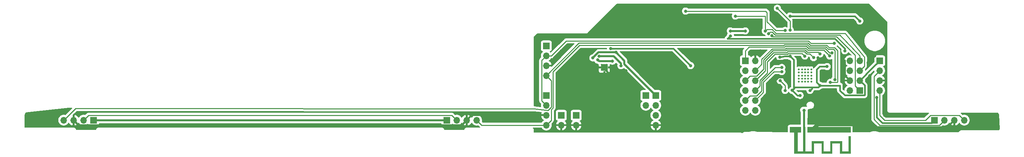
<source format=gbl>
%TF.GenerationSoftware,KiCad,Pcbnew,5.1.7-a382d34a8~87~ubuntu18.04.1*%
%TF.CreationDate,2020-11-02T20:34:46+02:00*%
%TF.ProjectId,sens-rf-1w-1-kicad,73656e73-2d72-4662-9d31-772d312d6b69,0.0*%
%TF.SameCoordinates,Original*%
%TF.FileFunction,Copper,L2,Bot*%
%TF.FilePolarity,Positive*%
%FSLAX46Y46*%
G04 Gerber Fmt 4.6, Leading zero omitted, Abs format (unit mm)*
G04 Created by KiCad (PCBNEW 5.1.7-a382d34a8~87~ubuntu18.04.1) date 2020-11-02 20:34:46*
%MOMM*%
%LPD*%
G01*
G04 APERTURE LIST*
%TA.AperFunction,EtchedComponent*%
%ADD10C,0.010000*%
%TD*%
%TA.AperFunction,ComponentPad*%
%ADD11O,1.700000X1.700000*%
%TD*%
%TA.AperFunction,ComponentPad*%
%ADD12R,1.700000X1.700000*%
%TD*%
%TA.AperFunction,SMDPad,CuDef*%
%ADD13C,0.400000*%
%TD*%
%TA.AperFunction,ComponentPad*%
%ADD14C,0.500000*%
%TD*%
%TA.AperFunction,SMDPad,CuDef*%
%ADD15R,1.750000X1.750000*%
%TD*%
%TA.AperFunction,ComponentPad*%
%ADD16C,0.508000*%
%TD*%
%TA.AperFunction,ViaPad*%
%ADD17C,0.800000*%
%TD*%
%TA.AperFunction,Conductor*%
%ADD18C,0.250000*%
%TD*%
%TA.AperFunction,Conductor*%
%ADD19C,0.500000*%
%TD*%
%TA.AperFunction,Conductor*%
%ADD20C,1.000000*%
%TD*%
%TA.AperFunction,Conductor*%
%ADD21C,0.400000*%
%TD*%
%TA.AperFunction,Conductor*%
%ADD22C,0.200000*%
%TD*%
%TA.AperFunction,Conductor*%
%ADD23C,0.100000*%
%TD*%
G04 APERTURE END LIST*
D10*
%TO.C,ANT1*%
G36*
X225721334Y-153162000D02*
G01*
X227753334Y-153162000D01*
X227753334Y-155786666D01*
X230378000Y-155786666D01*
X230378000Y-153162000D01*
X232410000Y-153162000D01*
X232410000Y-155786666D01*
X235119334Y-155786666D01*
X235119334Y-151384000D01*
X234611334Y-151384000D01*
X234611334Y-155278666D01*
X232918000Y-155278666D01*
X232918000Y-152654000D01*
X229954667Y-152654000D01*
X229954667Y-155278666D01*
X228176667Y-155278666D01*
X228176667Y-152654000D01*
X225213334Y-152654000D01*
X225213334Y-155278666D01*
X223520000Y-155278666D01*
X223520000Y-149013333D01*
X223012000Y-149013333D01*
X223012000Y-155278666D01*
X221572667Y-155278666D01*
X221572667Y-150368000D01*
X222419334Y-150368000D01*
X222419334Y-149013333D01*
X219625334Y-149013333D01*
X219625334Y-150368000D01*
X220726000Y-150368000D01*
X220726000Y-155786666D01*
X225721334Y-155786666D01*
X225721334Y-153162000D01*
G37*
X225721334Y-153162000D02*
X227753334Y-153162000D01*
X227753334Y-155786666D01*
X230378000Y-155786666D01*
X230378000Y-153162000D01*
X232410000Y-153162000D01*
X232410000Y-155786666D01*
X235119334Y-155786666D01*
X235119334Y-151384000D01*
X234611334Y-151384000D01*
X234611334Y-155278666D01*
X232918000Y-155278666D01*
X232918000Y-152654000D01*
X229954667Y-152654000D01*
X229954667Y-155278666D01*
X228176667Y-155278666D01*
X228176667Y-152654000D01*
X225213334Y-152654000D01*
X225213334Y-155278666D01*
X223520000Y-155278666D01*
X223520000Y-149013333D01*
X223012000Y-149013333D01*
X223012000Y-155278666D01*
X221572667Y-155278666D01*
X221572667Y-150368000D01*
X222419334Y-150368000D01*
X222419334Y-149013333D01*
X219625334Y-149013333D01*
X219625334Y-150368000D01*
X220726000Y-150368000D01*
X220726000Y-155786666D01*
X225721334Y-155786666D01*
X225721334Y-153162000D01*
G36*
X235119334Y-149013333D02*
G01*
X224112667Y-149013333D01*
X224112667Y-150368000D01*
X235119334Y-150368000D01*
X235119334Y-149013333D01*
G37*
X235119334Y-149013333D02*
X224112667Y-149013333D01*
X224112667Y-150368000D01*
X235119334Y-150368000D01*
X235119334Y-149013333D01*
%TD*%
D11*
%TO.P,JPH3,4*%
%TO.N,GNDD*%
X185420000Y-148590000D03*
%TO.P,JPH3,3*%
%TO.N,+5V*%
X185420000Y-146050000D03*
%TO.P,JPH3,2*%
%TO.N,Net-(DS1-Pad2)*%
X185420000Y-143510000D03*
D12*
%TO.P,JPH3,1*%
%TO.N,/Power/Vin_raw*%
X185420000Y-140970000D03*
%TD*%
D11*
%TO.P,JPH2,2*%
%TO.N,Net-(ANT2-Pad1)*%
X182880000Y-143510000D03*
D12*
%TO.P,JPH2,1*%
X182880000Y-140970000D03*
%TD*%
D11*
%TO.P,J4,8*%
%TO.N,+5V*%
X234950000Y-132080000D03*
%TO.P,J4,7*%
%TO.N,/RX*%
X237490000Y-132080000D03*
%TO.P,J4,6*%
%TO.N,/DEBUG_DATA*%
X234950000Y-134620000D03*
%TO.P,J4,5*%
%TO.N,/RST_N*%
X237490000Y-134620000D03*
%TO.P,J4,4*%
%TO.N,GNDD*%
X234950000Y-137160000D03*
%TO.P,J4,3*%
%TO.N,+3V3*%
X237490000Y-137160000D03*
%TO.P,J4,2*%
%TO.N,/DEBUG_CLK*%
X234950000Y-139700000D03*
D12*
%TO.P,J4,1*%
%TO.N,/TX*%
X237490000Y-139700000D03*
%TD*%
D11*
%TO.P,JB1,4*%
%TO.N,/I2C-SDA1*%
X242570000Y-139700000D03*
%TO.P,JB1,3*%
%TO.N,GNDD*%
X242570000Y-137160000D03*
%TO.P,JB1,2*%
%TO.N,/I2C-SCL*%
X242570000Y-134620000D03*
D12*
%TO.P,JB1,1*%
%TO.N,+3V3*%
X242570000Y-132080000D03*
%TD*%
D11*
%TO.P,J1,4*%
%TO.N,/I2C-SDA1*%
X264160000Y-147320000D03*
%TO.P,J1,3*%
%TO.N,GNDD*%
X261620000Y-147320000D03*
%TO.P,J1,2*%
%TO.N,/I2C-SCL*%
X259080000Y-147320000D03*
D12*
%TO.P,J1,1*%
%TO.N,+3V3*%
X256540000Y-147320000D03*
%TD*%
D11*
%TO.P,JB3,4*%
%TO.N,/I2C-SDA3*%
X157480000Y-135890000D03*
%TO.P,JB3,3*%
%TO.N,GNDD*%
X157480000Y-133350000D03*
%TO.P,JB3,2*%
%TO.N,/I2C-SCL*%
X157480000Y-130810000D03*
D12*
%TO.P,JB3,1*%
%TO.N,+3V3*%
X157480000Y-128270000D03*
%TD*%
D11*
%TO.P,JB2,4*%
%TO.N,/I2C-SDA2*%
X157480000Y-148590000D03*
%TO.P,JB2,3*%
%TO.N,GNDD*%
X157480000Y-146050000D03*
%TO.P,JB2,2*%
%TO.N,/I2C-SCL*%
X157480000Y-143510000D03*
D12*
%TO.P,JB2,1*%
%TO.N,+3V3*%
X157480000Y-140970000D03*
%TD*%
D13*
%TO.P,ANT1,1*%
%TO.N,/ANT_P*%
X223270000Y-149220000D03*
D14*
%TO.P,ANT1,*%
%TO.N,*%
X234530000Y-149690000D03*
X232930000Y-149690000D03*
X231330000Y-149690000D03*
X229730000Y-149690000D03*
X228130000Y-149690000D03*
X226530000Y-149690000D03*
%TO.P,ANT1,2*%
%TO.N,GNDD*%
X224930000Y-149690000D03*
%TO.P,ANT1,*%
%TO.N,*%
X220130000Y-149690000D03*
X221720000Y-149690000D03*
%TD*%
D15*
%TO.P,PwrHarv1,17*%
%TO.N,GNDD*%
X172280000Y-133790000D03*
D14*
X172905000Y-134415000D03*
X171655000Y-134415000D03*
X172905000Y-133165000D03*
X171655000Y-133165000D03*
%TD*%
D16*
%TO.P,RF_MCU1,V*%
%TO.N,N/C*%
X225094800Y-137464800D03*
X224307400Y-137464800D03*
X223520000Y-137464800D03*
X222732600Y-137464800D03*
X221945200Y-137464800D03*
X225094800Y-136677400D03*
X224307400Y-136677400D03*
X223520000Y-136677400D03*
X222732600Y-136677400D03*
X221945200Y-136677400D03*
X225094800Y-135890000D03*
X224307400Y-135890000D03*
X223520000Y-135890000D03*
X222732600Y-135890000D03*
X221945200Y-135890000D03*
X225094800Y-135102600D03*
X224307400Y-135102600D03*
X223520000Y-135102600D03*
X222732600Y-135102600D03*
X221945200Y-135102600D03*
X225094800Y-134315200D03*
X224307400Y-134315200D03*
X223520000Y-134315200D03*
X222732600Y-134315200D03*
X221945200Y-134315200D03*
%TD*%
D11*
%TO.P,SC1,2*%
%TO.N,GNDD*%
X165100000Y-148590000D03*
D12*
%TO.P,SC1,1*%
%TO.N,/Power/Vin_raw*%
X165100000Y-146050000D03*
%TD*%
D11*
%TO.P,J5,12*%
%TO.N,/P0_0*%
X210820000Y-144780000D03*
%TO.P,J5,11*%
%TO.N,/P0_1*%
X208280000Y-144780000D03*
%TO.P,J5,10*%
%TO.N,/P0_4*%
X210820000Y-142240000D03*
%TO.P,J5,9*%
%TO.N,/P0_5*%
X208280000Y-142240000D03*
%TO.P,J5,8*%
%TO.N,/P1_3*%
X210820000Y-139700000D03*
%TO.P,J5,7*%
%TO.N,+5V*%
X208280000Y-139700000D03*
%TO.P,J5,6*%
%TO.N,/CLK*%
X210820000Y-137160000D03*
%TO.P,J5,5*%
%TO.N,/SS1*%
X208280000Y-137160000D03*
%TO.P,J5,4*%
%TO.N,/MOSI*%
X210820000Y-134620000D03*
%TO.P,J5,3*%
%TO.N,+3V3*%
X208280000Y-134620000D03*
%TO.P,J5,2*%
%TO.N,GNDD*%
X210820000Y-132080000D03*
D12*
%TO.P,J5,1*%
%TO.N,/MISO*%
X208280000Y-132080000D03*
%TD*%
D11*
%TO.P,J3,4*%
%TO.N,/I2C-SDA3*%
X34290000Y-147320000D03*
%TO.P,J3,3*%
%TO.N,GNDD*%
X36830000Y-147320000D03*
%TO.P,J3,2*%
%TO.N,/I2C-SCL*%
X39370000Y-147320000D03*
D12*
%TO.P,J3,1*%
%TO.N,+3V3*%
X41910000Y-147320000D03*
%TD*%
D11*
%TO.P,J2,4*%
%TO.N,/I2C-SDA2*%
X139700000Y-147320000D03*
%TO.P,J2,3*%
%TO.N,GNDD*%
X137160000Y-147320000D03*
%TO.P,J2,2*%
%TO.N,/I2C-SCL*%
X134620000Y-147320000D03*
D12*
%TO.P,J2,1*%
%TO.N,+3V3*%
X132080000Y-147320000D03*
%TD*%
D11*
%TO.P,Bat1,2*%
%TO.N,GNDD*%
X161290000Y-148590000D03*
D12*
%TO.P,Bat1,1*%
%TO.N,/Power/Vbat*%
X161290000Y-146050000D03*
%TD*%
D17*
%TO.N,+3V3*%
X224790000Y-139700000D03*
X227330000Y-138430000D03*
X222257645Y-140977645D03*
X229128832Y-133583891D03*
%TO.N,GNDD*%
X217170000Y-140970000D03*
X217170000Y-149860000D03*
X226789892Y-131321768D03*
X214630000Y-137160000D03*
X175260000Y-137160000D03*
X167640000Y-132080000D03*
X177800000Y-134620000D03*
X179070000Y-142240000D03*
X167640000Y-139700000D03*
X172720000Y-139700000D03*
X196058596Y-122647207D03*
X187960000Y-123190000D03*
X242570000Y-123190000D03*
X236220000Y-125730000D03*
X233021197Y-131992087D03*
X241295735Y-130805735D03*
X239598470Y-132637425D03*
X240030000Y-135890000D03*
X240030000Y-142240000D03*
X215900000Y-132080000D03*
X222250000Y-121920000D03*
X215900000Y-121920000D03*
X176530000Y-119380000D03*
X156210000Y-125730000D03*
X189230000Y-118110000D03*
X207010000Y-149860000D03*
X194310000Y-149860000D03*
X173990000Y-149860000D03*
X177800000Y-149860000D03*
X173990000Y-146050000D03*
X179070000Y-138430000D03*
X152400000Y-147320000D03*
X154940000Y-142240000D03*
X162560000Y-133350000D03*
X161290000Y-129540000D03*
X247650000Y-149860000D03*
X236220000Y-149860000D03*
X231140000Y-146050000D03*
X231140000Y-142240000D03*
X243840000Y-146050000D03*
X254000000Y-146050000D03*
X271780000Y-147320000D03*
X147320000Y-147320000D03*
X26670000Y-147320000D03*
X198120000Y-130810000D03*
X198120000Y-125730000D03*
X207010000Y-129540000D03*
X212090000Y-129540000D03*
X212090000Y-124460000D03*
X200660000Y-120650000D03*
X182880000Y-125730000D03*
X182880000Y-118110000D03*
X205740000Y-138430000D03*
%TO.N,+3V3*%
X219710000Y-130950087D03*
X204470000Y-124460000D03*
X208280000Y-124460000D03*
X219710000Y-120650000D03*
X237490000Y-121920000D03*
X173875167Y-128940005D03*
X194310000Y-133350000D03*
X217113547Y-131188684D03*
X241844990Y-141514990D03*
X220255665Y-139681805D03*
%TO.N,/Power/pwr_3v3*%
X176530000Y-133350000D03*
X170971249Y-130965153D03*
%TO.N,/I2C-SCL*%
X230948557Y-127642692D03*
%TO.N,/I2C-SDA2*%
X231120315Y-136904980D03*
%TO.N,/I2C-SDA3*%
X229969580Y-137629990D03*
%TO.N,+5V*%
X233680000Y-129540000D03*
X204470000Y-125730000D03*
%TO.N,Net-(Lbst1-Pad2)*%
X174357103Y-132207080D03*
X170596365Y-131892237D03*
%TO.N,/LDET*%
X193040000Y-119380000D03*
X218428933Y-124324946D03*
%TO.N,/RX*%
X214178284Y-125130351D03*
%TO.N,/RST_N*%
X213360000Y-124460000D03*
X217170000Y-137160000D03*
X218440000Y-139700000D03*
X205740000Y-120650000D03*
%TO.N,/TX*%
X215016975Y-125674979D03*
%TO.N,/P0_5*%
X217589990Y-133817747D03*
%TO.N,/P0_4*%
X217589990Y-134872193D03*
%TO.N,/P1_3*%
X223445297Y-130899590D03*
%TO.N,/SS1*%
X227327655Y-130344096D03*
%TO.N,/CLK*%
X225684694Y-131292472D03*
%TO.N,/MOSI*%
X229794268Y-130883684D03*
%TO.N,/MISO*%
X230395305Y-130067219D03*
%TO.N,/LED_R_AN*%
X219701278Y-124200003D03*
X216440000Y-118650000D03*
%TO.N,/ANT_P*%
X223270000Y-144780000D03*
%TO.N,/Power/Vin_raw*%
X175240389Y-129933783D03*
X169374597Y-131359708D03*
%TD*%
D18*
%TO.N,+3V3*%
X229128832Y-133737768D02*
X229128832Y-133583891D01*
D19*
%TO.N,GNDD*%
X259774990Y-149165010D02*
X238065010Y-149165010D01*
X261620000Y-147320000D02*
X259774990Y-149165010D01*
X238065010Y-149165010D02*
X237490000Y-148590000D01*
X225493998Y-149690000D02*
X224930000Y-149690000D01*
D20*
X226593998Y-148590000D02*
X225493998Y-149690000D01*
D19*
X237490000Y-148590000D02*
X226593998Y-148590000D01*
X217170000Y-140970000D02*
X217170000Y-149860000D01*
X217170000Y-140970000D02*
X217170000Y-139700000D01*
X217170000Y-139700000D02*
X214630000Y-137160000D01*
X172280000Y-134180000D02*
X175260000Y-137160000D01*
X172280000Y-133790000D02*
X172280000Y-134180000D01*
X169350000Y-133790000D02*
X172280000Y-133790000D01*
X167640000Y-132080000D02*
X169350000Y-133790000D01*
X177800000Y-134620000D02*
X175260000Y-137160000D01*
X175260000Y-137160000D02*
X175260000Y-138430000D01*
X175260000Y-138430000D02*
X179070000Y-142240000D01*
X135859999Y-148620001D02*
X137160000Y-147320000D01*
X38130001Y-148620001D02*
X135859999Y-148620001D01*
X36830000Y-147320000D02*
X38130001Y-148620001D01*
X157449999Y-146019999D02*
X157480000Y-146050000D01*
X138460001Y-146019999D02*
X157449999Y-146019999D01*
X137160000Y-147320000D02*
X138460001Y-146019999D01*
X167640000Y-132080000D02*
X167640000Y-139700000D01*
X167640000Y-139700000D02*
X172720000Y-139700000D01*
D18*
X196058596Y-122647207D02*
X188502793Y-122647207D01*
X188502793Y-122647207D02*
X187960000Y-123190000D01*
D19*
X242570000Y-123190000D02*
X238760000Y-123190000D01*
X238760000Y-123190000D02*
X236220000Y-125730000D01*
X233649999Y-135859999D02*
X233649999Y-132005922D01*
X234950000Y-137160000D02*
X233649999Y-135859999D01*
X233649999Y-132005922D02*
X233636164Y-131992087D01*
X233636164Y-131992087D02*
X233021197Y-131992087D01*
X241295735Y-130940160D02*
X239598470Y-132637425D01*
X241295735Y-130805735D02*
X241295735Y-130940160D01*
X240030000Y-135890000D02*
X240030000Y-142240000D01*
X216761999Y-136309999D02*
X218020001Y-136309999D01*
X214630000Y-137160000D02*
X215911998Y-137160000D01*
X215911998Y-137160000D02*
X216761999Y-136309999D01*
X218020001Y-136309999D02*
X219710000Y-134620000D01*
X219710000Y-134620000D02*
X219710000Y-133350000D01*
X219710000Y-133350000D02*
X218440000Y-132080000D01*
D18*
X226789892Y-131321768D02*
X226789892Y-132620108D01*
X226789892Y-132620108D02*
X225523261Y-133886739D01*
D19*
X218440000Y-132080000D02*
X215900000Y-132080000D01*
D21*
%TO.N,+3V3*%
X220273860Y-139700000D02*
X220255665Y-139681805D01*
X221551505Y-140977645D02*
X220255665Y-139681805D01*
X222257645Y-140977645D02*
X221551505Y-140977645D01*
X227330000Y-138430000D02*
X227330000Y-138497713D01*
X227330000Y-138497713D02*
X226915814Y-138911899D01*
X221025571Y-138911899D02*
X220255665Y-139681805D01*
X224790000Y-139700000D02*
X225271899Y-139218101D01*
X225271899Y-139218101D02*
X225271899Y-138911899D01*
X226915814Y-138911899D02*
X225271899Y-138911899D01*
X225271899Y-138911899D02*
X221025571Y-138911899D01*
X227330000Y-138430000D02*
X226526223Y-137626223D01*
X226526223Y-137626223D02*
X226526223Y-134292464D01*
X227234796Y-133583891D02*
X229128832Y-133583891D01*
X226526223Y-134292464D02*
X227234796Y-133583891D01*
X238740001Y-138410001D02*
X237490000Y-137160000D01*
X232410000Y-139700000D02*
X233660001Y-140950001D01*
X227330000Y-138430000D02*
X232410000Y-138430000D01*
X232410000Y-138430000D02*
X232410000Y-139700000D01*
X233660001Y-140950001D02*
X238660001Y-140950001D01*
X238660001Y-140950001D02*
X238740001Y-140870001D01*
X238740001Y-140870001D02*
X238740001Y-138410001D01*
D19*
X204470000Y-124460000D02*
X208280000Y-124460000D01*
D21*
X219710000Y-120650000D02*
X236220000Y-120650000D01*
X236220000Y-120650000D02*
X237490000Y-121920000D01*
X173875167Y-128940005D02*
X189900005Y-128940005D01*
X189900005Y-128940005D02*
X194310000Y-133350000D01*
D19*
X41910000Y-147320000D02*
X132080000Y-147320000D01*
D21*
X240830002Y-133819998D02*
X242570000Y-132080000D01*
X237490000Y-137160000D02*
X240830002Y-133819998D01*
X218352900Y-130950087D02*
X219710000Y-130950087D01*
X217113547Y-131188684D02*
X218352900Y-130950087D01*
X220655664Y-131895751D02*
X220655664Y-139281806D01*
X219710000Y-130950087D02*
X220655664Y-131895751D01*
X220655664Y-139281806D02*
X220255665Y-139681805D01*
X255855504Y-148004496D02*
X256540000Y-147320000D01*
X243254496Y-148004496D02*
X255855504Y-148004496D01*
X241844990Y-146594990D02*
X243254496Y-148004496D01*
X241844990Y-141514990D02*
X241844990Y-146594990D01*
D19*
%TO.N,/Power/pwr_3v3*%
X174710838Y-130965153D02*
X170971249Y-130965153D01*
X176530000Y-133350000D02*
X176530000Y-132784315D01*
X176530000Y-132784315D02*
X174710838Y-130965153D01*
D18*
%TO.N,/I2C-SDA1*%
X242570000Y-142240000D02*
X242570000Y-139700000D01*
X264160000Y-147320000D02*
X262890000Y-146050000D01*
X255524998Y-146050000D02*
X254254998Y-147320000D01*
X262890000Y-146050000D02*
X255524998Y-146050000D01*
X254254998Y-147320000D02*
X243840000Y-147320000D01*
X243840000Y-147320000D02*
X242570000Y-146050000D01*
X242570000Y-146050000D02*
X242570000Y-142240000D01*
%TO.N,/I2C-SCL*%
X158750000Y-130810000D02*
X157480000Y-130810000D01*
X224385309Y-127000000D02*
X162560000Y-127000000D01*
X230948557Y-127642692D02*
X225028001Y-127642692D01*
X162560000Y-127000000D02*
X158750000Y-130810000D01*
X225028001Y-127642692D02*
X224385309Y-127000000D01*
X156304999Y-131985001D02*
X156304999Y-142334999D01*
X157480000Y-130810000D02*
X156304999Y-131985001D01*
X156304999Y-142334999D02*
X157480000Y-143510000D01*
X39370000Y-147320000D02*
X40640000Y-146050000D01*
X133350000Y-146050000D02*
X134620000Y-147320000D01*
X40640000Y-146050000D02*
X133350000Y-146050000D01*
X241119988Y-136070012D02*
X241720001Y-135469999D01*
X242570000Y-148590000D02*
X241119988Y-147139988D01*
X241720001Y-135469999D02*
X242570000Y-134620000D01*
X241119988Y-147139988D02*
X241119988Y-136070012D01*
X257810000Y-148590000D02*
X242570000Y-148590000D01*
X259080000Y-147320000D02*
X257810000Y-148590000D01*
%TO.N,/I2C-SDA2*%
X140970000Y-148590000D02*
X139700000Y-147320000D01*
X157480000Y-148590000D02*
X140970000Y-148590000D01*
X228869893Y-128542714D02*
X229497199Y-129170020D01*
X224655201Y-128542714D02*
X228869893Y-128542714D01*
X224087510Y-127975022D02*
X224655201Y-128542714D01*
X218289919Y-127975022D02*
X224087510Y-127975022D01*
X158750000Y-147320000D02*
X158750000Y-144615412D01*
X218136382Y-128128559D02*
X218289919Y-127975022D01*
X157480000Y-148590000D02*
X158750000Y-147320000D01*
X158750000Y-144615412D02*
X159200010Y-144165402D01*
X229497199Y-129170020D02*
X230770020Y-129170020D01*
X159200010Y-134870948D02*
X165942399Y-128128559D01*
X231120315Y-129520315D02*
X231120315Y-136904980D01*
X159200010Y-144165402D02*
X159200010Y-134870948D01*
X230770020Y-129170020D02*
X231120315Y-129520315D01*
X165942399Y-128128559D02*
X218136382Y-128128559D01*
%TO.N,/I2C-SDA3*%
X218060982Y-127567548D02*
X165802452Y-127567548D01*
X218103519Y-127525011D02*
X218060982Y-127567548D01*
X224273910Y-127525011D02*
X218103519Y-127525011D01*
X229056293Y-128092703D02*
X224841601Y-128092703D01*
X224841601Y-128092703D02*
X224273910Y-127525011D01*
X231734587Y-137629990D02*
X231859122Y-137505455D01*
X231859122Y-129507042D02*
X231072089Y-128720009D01*
X165802452Y-127567548D02*
X157480000Y-135890000D01*
X229969580Y-137629990D02*
X231734587Y-137629990D01*
X229683599Y-128720009D02*
X229056293Y-128092703D01*
X231859122Y-137505455D02*
X231859122Y-129507042D01*
X231072089Y-128720009D02*
X229683599Y-128720009D01*
X158750000Y-143979002D02*
X158750000Y-137160000D01*
X158750000Y-137160000D02*
X157480000Y-135890000D01*
X154388774Y-144385464D02*
X157949002Y-144780000D01*
X34290000Y-147320000D02*
X37348709Y-144327399D01*
X157949002Y-144780000D02*
X158750000Y-143979002D01*
X37348709Y-144327399D02*
X154388774Y-144385464D01*
D21*
%TO.N,+5V*%
X233680000Y-128974315D02*
X233680000Y-129540000D01*
X231180676Y-126474991D02*
X233680000Y-128974315D01*
X203725009Y-126474991D02*
X231180676Y-126474991D01*
X204470000Y-125730000D02*
X203725009Y-126474991D01*
D19*
%TO.N,Net-(Lbst1-Pad2)*%
X174357103Y-132207080D02*
X170911208Y-132207080D01*
X170911208Y-132207080D02*
X170596365Y-131892237D01*
D18*
%TO.N,/LDET*%
X193040000Y-119380000D02*
X213483987Y-119380000D01*
X218428933Y-124324946D02*
X216064686Y-124324946D01*
X216064686Y-124324946D02*
X213828172Y-122088432D01*
X213828172Y-119724185D02*
X213483987Y-119380000D01*
X213828172Y-122088432D02*
X213828172Y-119724185D01*
%TO.N,/RX*%
X215914967Y-125499967D02*
X215145352Y-124730352D01*
X214578283Y-124730352D02*
X214178284Y-125130351D01*
X232410000Y-125499967D02*
X215914967Y-125499967D01*
X215145352Y-124730352D02*
X214578283Y-124730352D01*
X237490000Y-132080000D02*
X237490000Y-130810000D01*
X237490000Y-130810000D02*
X232410000Y-125499967D01*
%TO.N,/RST_N*%
X218440000Y-138430000D02*
X218440000Y-139700000D01*
X217170000Y-137160000D02*
X218440000Y-138430000D01*
X213759999Y-124060001D02*
X213360000Y-124460000D01*
X238665001Y-133444999D02*
X238675747Y-131176763D01*
X237490000Y-134620000D02*
X238665001Y-133444999D01*
X238675747Y-131176763D02*
X233745255Y-125049956D01*
X233745255Y-125049956D02*
X216101367Y-125049956D01*
X216101367Y-125049956D02*
X215111412Y-124060001D01*
X215111412Y-124060001D02*
X213759999Y-124060001D01*
X213360000Y-124460000D02*
X213360000Y-120650000D01*
X213360000Y-120650000D02*
X205740000Y-120650000D01*
%TO.N,/TX*%
X231574931Y-125949978D02*
X215291974Y-125949978D01*
X236314999Y-130690046D02*
X231574931Y-125949978D01*
X237490000Y-139700000D02*
X236314999Y-138524999D01*
X236314999Y-138524999D02*
X236314999Y-130690046D01*
X215291974Y-125949978D02*
X215016975Y-125674979D01*
%TO.N,/P0_5*%
X211194003Y-141064999D02*
X212445012Y-139813990D01*
X212445012Y-137282266D02*
X215909531Y-133817747D01*
X212445012Y-139813990D02*
X212445012Y-137282266D01*
X209455001Y-141064999D02*
X211194003Y-141064999D01*
X208280000Y-142240000D02*
X209455001Y-141064999D01*
X215909531Y-133817747D02*
X217589990Y-133817747D01*
%TO.N,/P0_4*%
X215576385Y-134872193D02*
X217589990Y-134872193D01*
X212895023Y-140164977D02*
X212895023Y-137553555D01*
X212895023Y-137553555D02*
X215576385Y-134872193D01*
X210820000Y-142240000D02*
X212895023Y-140164977D01*
%TO.N,/P1_3*%
X215791877Y-130425076D02*
X219021920Y-130425076D01*
X211995001Y-138524999D02*
X211995001Y-137095866D01*
X222770784Y-130225077D02*
X223445297Y-130899590D01*
X213877798Y-132339155D02*
X215791877Y-130425076D01*
X211995001Y-137095866D02*
X213877798Y-135213070D01*
X213877798Y-135213070D02*
X213877798Y-132339155D01*
X219221920Y-130225077D02*
X222770784Y-130225077D01*
X219021920Y-130425076D02*
X219221920Y-130225077D01*
X210820000Y-139700000D02*
X211995001Y-138524999D01*
%TO.N,/SS1*%
X209455001Y-135984999D02*
X208280000Y-137160000D01*
X226876306Y-129892747D02*
X224096001Y-129892747D01*
X223528310Y-129325055D02*
X218849120Y-129325055D01*
X211194003Y-135984999D02*
X209455001Y-135984999D01*
X227327655Y-130344096D02*
X226876306Y-129892747D01*
X212909987Y-131893602D02*
X212909987Y-134269015D01*
X218849120Y-129325055D02*
X218649120Y-129525054D01*
X218649120Y-129525054D02*
X215278535Y-129525054D01*
X215278535Y-129525054D02*
X212909987Y-131893602D01*
X224096001Y-129892747D02*
X223528310Y-129325055D01*
X212909987Y-134269015D02*
X211194003Y-135984999D01*
%TO.N,/CLK*%
X219035520Y-129775066D02*
X218835520Y-129975065D01*
X223341910Y-129775066D02*
X219035520Y-129775066D01*
X215464935Y-129975065D02*
X213359998Y-132080002D01*
X225684694Y-131292472D02*
X224734980Y-130342758D01*
X213359998Y-134620002D02*
X210820000Y-137160000D01*
X224734980Y-130342758D02*
X223909601Y-130342758D01*
X213359998Y-132080002D02*
X213359998Y-134620002D01*
X223909601Y-130342758D02*
X223341910Y-129775066D01*
X218835520Y-129975065D02*
X215464935Y-129975065D01*
%TO.N,/MOSI*%
X212459976Y-132980024D02*
X210820000Y-134620000D01*
X215138598Y-129028581D02*
X212459976Y-131707202D01*
X223714710Y-128875044D02*
X218662720Y-128875044D01*
X212459976Y-131707202D02*
X212459976Y-132980024D01*
X218509183Y-129028581D02*
X215138598Y-129028581D01*
X228353321Y-129442736D02*
X224282401Y-129442736D01*
X229794268Y-130883684D02*
X228353321Y-129442736D01*
X218662720Y-128875044D02*
X218509183Y-129028581D01*
X224282401Y-129442736D02*
X223714710Y-128875044D01*
%TO.N,/MISO*%
X223901110Y-128425033D02*
X224468801Y-128992725D01*
X209241430Y-128578570D02*
X218322783Y-128578570D01*
X218476320Y-128425033D02*
X223901110Y-128425033D01*
X224468801Y-128992725D02*
X228683493Y-128992725D01*
X218322783Y-128578570D02*
X218476320Y-128425033D01*
X229757987Y-130067219D02*
X230395305Y-130067219D01*
X228683493Y-128992725D02*
X229757987Y-130067219D01*
X208280000Y-132080000D02*
X208280000Y-129540000D01*
X208280000Y-129540000D02*
X209241430Y-128578570D01*
%TO.N,/LED_R_AN*%
X219701278Y-121911278D02*
X219701278Y-124200003D01*
X216440000Y-118650000D02*
X219701278Y-121911278D01*
D19*
%TO.N,/ANT_P*%
X223270000Y-149220000D02*
X223270000Y-144780000D01*
%TO.N,/Power/Vin_raw*%
X177380001Y-132930001D02*
X182880000Y-138430000D01*
X177380001Y-132073395D02*
X177380001Y-132930001D01*
X175240389Y-129933783D02*
X177380001Y-132073395D01*
X175240389Y-129933783D02*
X170800522Y-129933783D01*
X170800522Y-129933783D02*
X169374597Y-131359708D01*
X182880000Y-138430000D02*
X185420000Y-140970000D01*
%TD*%
D22*
%TO.N,GNDD*%
X172875167Y-129038496D02*
X172884175Y-129083783D01*
X170842259Y-129083783D01*
X170800521Y-129079672D01*
X170758783Y-129083783D01*
X170758773Y-129083783D01*
X170633893Y-129096083D01*
X170473667Y-129144686D01*
X170326003Y-129223615D01*
X170316159Y-129231694D01*
X170229001Y-129303222D01*
X170228997Y-129303226D01*
X170196574Y-129329835D01*
X170169965Y-129362258D01*
X169146795Y-130385429D01*
X169082908Y-130398137D01*
X168900919Y-130473519D01*
X168737134Y-130582957D01*
X168597846Y-130722245D01*
X168488408Y-130886030D01*
X168413026Y-131068019D01*
X168374597Y-131261217D01*
X168374597Y-131458199D01*
X168413026Y-131651397D01*
X168488408Y-131833386D01*
X168597846Y-131997171D01*
X168737134Y-132136459D01*
X168900919Y-132245897D01*
X169082908Y-132321279D01*
X169276106Y-132359708D01*
X169473088Y-132359708D01*
X169666286Y-132321279D01*
X169687967Y-132312298D01*
X169710176Y-132365915D01*
X169819614Y-132529700D01*
X169958902Y-132668988D01*
X170122687Y-132778426D01*
X170304676Y-132853808D01*
X170376890Y-132868172D01*
X170436689Y-132917248D01*
X170584353Y-132996177D01*
X170647952Y-133015469D01*
X170744578Y-133044780D01*
X170760221Y-133046321D01*
X170794755Y-133049722D01*
X170795060Y-133108785D01*
X170794439Y-133112659D01*
X170795183Y-133132520D01*
X170797000Y-133484000D01*
X170949000Y-133636000D01*
X171286921Y-133636000D01*
X171277322Y-133639976D01*
X171272570Y-133759562D01*
X171270243Y-133761889D01*
X171271360Y-133790000D01*
X171270243Y-133818111D01*
X171272570Y-133820438D01*
X171277322Y-133940024D01*
X171288038Y-133944000D01*
X170949000Y-133944000D01*
X170797000Y-134096000D01*
X170795661Y-134355037D01*
X170794439Y-134362659D01*
X170795478Y-134390402D01*
X170794058Y-134665000D01*
X170805797Y-134784189D01*
X170840563Y-134898797D01*
X170897020Y-135004421D01*
X170972999Y-135097001D01*
X171065579Y-135172980D01*
X171171203Y-135229437D01*
X171285811Y-135264203D01*
X171405000Y-135275942D01*
X171598785Y-135274940D01*
X171602659Y-135275561D01*
X171622520Y-135274817D01*
X171974000Y-135273000D01*
X172126000Y-135121000D01*
X172126000Y-134783079D01*
X172129976Y-134792678D01*
X172249562Y-134797430D01*
X172251889Y-134799757D01*
X172280000Y-134798640D01*
X172308111Y-134799757D01*
X172310438Y-134797430D01*
X172430024Y-134792678D01*
X172434000Y-134781962D01*
X172434000Y-135121000D01*
X172586000Y-135273000D01*
X172845037Y-135274339D01*
X172852659Y-135275561D01*
X172880402Y-135274522D01*
X173155000Y-135275942D01*
X173274189Y-135264203D01*
X173388797Y-135229437D01*
X173494421Y-135172980D01*
X173587001Y-135097001D01*
X173662980Y-135004421D01*
X173719437Y-134898797D01*
X173754203Y-134784189D01*
X173765942Y-134665000D01*
X173764940Y-134471215D01*
X173765561Y-134467341D01*
X173764817Y-134447480D01*
X173763000Y-134096000D01*
X173611000Y-133944000D01*
X173273079Y-133944000D01*
X173282678Y-133940024D01*
X173287430Y-133820438D01*
X173289757Y-133818111D01*
X173288640Y-133790000D01*
X173289757Y-133761889D01*
X173287430Y-133759562D01*
X173282678Y-133639976D01*
X173271962Y-133636000D01*
X173611000Y-133636000D01*
X173763000Y-133484000D01*
X173764339Y-133224963D01*
X173765561Y-133217341D01*
X173764522Y-133189598D01*
X173765207Y-133057080D01*
X173829265Y-133057080D01*
X173883425Y-133093269D01*
X174065414Y-133168651D01*
X174258612Y-133207080D01*
X174455594Y-133207080D01*
X174648792Y-133168651D01*
X174830781Y-133093269D01*
X174994566Y-132983831D01*
X175133854Y-132844543D01*
X175235710Y-132692106D01*
X175578237Y-133034633D01*
X175568429Y-133058311D01*
X175530000Y-133251509D01*
X175530000Y-133448491D01*
X175568429Y-133641689D01*
X175643811Y-133823678D01*
X175753249Y-133987463D01*
X175892537Y-134126751D01*
X176056322Y-134236189D01*
X176238311Y-134311571D01*
X176431509Y-134350000D01*
X176628491Y-134350000D01*
X176821689Y-134311571D01*
X177003678Y-134236189D01*
X177167463Y-134126751D01*
X177271067Y-134023147D01*
X182308480Y-139060561D01*
X182308485Y-139060565D01*
X182765017Y-139517097D01*
X182030000Y-139517097D01*
X181912379Y-139528682D01*
X181799279Y-139562990D01*
X181695045Y-139618704D01*
X181603683Y-139693683D01*
X181528704Y-139785045D01*
X181472990Y-139889279D01*
X181438682Y-140002379D01*
X181427097Y-140120000D01*
X181427097Y-141820000D01*
X181438682Y-141937621D01*
X181472990Y-142050721D01*
X181528704Y-142154955D01*
X181603683Y-142246317D01*
X181695045Y-142321296D01*
X181799279Y-142377010D01*
X181912379Y-142411318D01*
X181926665Y-142412725D01*
X181753711Y-142585679D01*
X181595027Y-142823167D01*
X181485723Y-143087051D01*
X181430000Y-143367187D01*
X181430000Y-143652813D01*
X181485723Y-143932949D01*
X181595027Y-144196833D01*
X181753711Y-144434321D01*
X181955679Y-144636289D01*
X182193167Y-144794973D01*
X182457051Y-144904277D01*
X182737187Y-144960000D01*
X183022813Y-144960000D01*
X183302949Y-144904277D01*
X183566833Y-144794973D01*
X183804321Y-144636289D01*
X184006289Y-144434321D01*
X184150000Y-144219242D01*
X184293711Y-144434321D01*
X184495679Y-144636289D01*
X184710758Y-144780000D01*
X184495679Y-144923711D01*
X184293711Y-145125679D01*
X184135027Y-145363167D01*
X184025723Y-145627051D01*
X183970000Y-145907187D01*
X183970000Y-146192813D01*
X184025723Y-146472949D01*
X184135027Y-146736833D01*
X184293711Y-146974321D01*
X184495679Y-147176289D01*
X184712540Y-147321190D01*
X184531148Y-147434264D01*
X184322754Y-147629878D01*
X184156527Y-147862389D01*
X184038854Y-148122861D01*
X184012097Y-148211090D01*
X184123111Y-148436000D01*
X185266000Y-148436000D01*
X185266000Y-148416000D01*
X185574000Y-148416000D01*
X185574000Y-148436000D01*
X186716889Y-148436000D01*
X186827903Y-148211090D01*
X186801146Y-148122861D01*
X186683473Y-147862389D01*
X186517246Y-147629878D01*
X186308852Y-147434264D01*
X186127460Y-147321190D01*
X186344321Y-147176289D01*
X186546289Y-146974321D01*
X186704973Y-146736833D01*
X186814277Y-146472949D01*
X186870000Y-146192813D01*
X186870000Y-145907187D01*
X186814277Y-145627051D01*
X186704973Y-145363167D01*
X186546289Y-145125679D01*
X186344321Y-144923711D01*
X186129242Y-144780000D01*
X186344321Y-144636289D01*
X186546289Y-144434321D01*
X186704973Y-144196833D01*
X186814277Y-143932949D01*
X186870000Y-143652813D01*
X186870000Y-143367187D01*
X186814277Y-143087051D01*
X186704973Y-142823167D01*
X186546289Y-142585679D01*
X186373335Y-142412725D01*
X186387621Y-142411318D01*
X186500721Y-142377010D01*
X186604955Y-142321296D01*
X186696317Y-142246317D01*
X186771296Y-142154955D01*
X186827010Y-142050721D01*
X186861318Y-141937621D01*
X186872903Y-141820000D01*
X186872903Y-140120000D01*
X186861318Y-140002379D01*
X186827010Y-139889279D01*
X186771296Y-139785045D01*
X186696317Y-139693683D01*
X186604955Y-139618704D01*
X186500721Y-139562990D01*
X186387621Y-139528682D01*
X186270000Y-139517097D01*
X185169178Y-139517097D01*
X183510565Y-137858485D01*
X183510561Y-137858480D01*
X178230001Y-132577921D01*
X178230001Y-132115132D01*
X178234112Y-132073394D01*
X178230001Y-132031656D01*
X178230001Y-132031646D01*
X178217701Y-131906766D01*
X178169098Y-131746540D01*
X178090169Y-131598876D01*
X177983949Y-131469447D01*
X177951522Y-131442835D01*
X176248691Y-129740005D01*
X189568635Y-129740005D01*
X193318164Y-133489534D01*
X193348429Y-133641689D01*
X193423811Y-133823678D01*
X193533249Y-133987463D01*
X193672537Y-134126751D01*
X193836322Y-134236189D01*
X194018311Y-134311571D01*
X194211509Y-134350000D01*
X194408491Y-134350000D01*
X194601689Y-134311571D01*
X194783678Y-134236189D01*
X194947463Y-134126751D01*
X195086751Y-133987463D01*
X195196189Y-133823678D01*
X195271571Y-133641689D01*
X195310000Y-133448491D01*
X195310000Y-133251509D01*
X195271571Y-133058311D01*
X195196189Y-132876322D01*
X195086751Y-132712537D01*
X194947463Y-132573249D01*
X194783678Y-132463811D01*
X194601689Y-132388429D01*
X194449534Y-132358164D01*
X190944929Y-128853559D01*
X207941137Y-128853559D01*
X207792523Y-129002173D01*
X207764869Y-129024868D01*
X207742173Y-129052523D01*
X207742170Y-129052526D01*
X207674269Y-129135264D01*
X207606947Y-129261213D01*
X207579796Y-129350721D01*
X207565492Y-129397875D01*
X207561074Y-129442736D01*
X207551494Y-129540000D01*
X207555001Y-129575607D01*
X207555001Y-130627097D01*
X207430000Y-130627097D01*
X207312379Y-130638682D01*
X207199279Y-130672990D01*
X207095045Y-130728704D01*
X207003683Y-130803683D01*
X206928704Y-130895045D01*
X206872990Y-130999279D01*
X206838682Y-131112379D01*
X206827097Y-131230000D01*
X206827097Y-132930000D01*
X206838682Y-133047621D01*
X206872990Y-133160721D01*
X206928704Y-133264955D01*
X207003683Y-133356317D01*
X207095045Y-133431296D01*
X207199279Y-133487010D01*
X207312379Y-133521318D01*
X207326665Y-133522725D01*
X207153711Y-133695679D01*
X206995027Y-133933167D01*
X206885723Y-134197051D01*
X206830000Y-134477187D01*
X206830000Y-134762813D01*
X206885723Y-135042949D01*
X206995027Y-135306833D01*
X207153711Y-135544321D01*
X207355679Y-135746289D01*
X207570758Y-135890000D01*
X207355679Y-136033711D01*
X207153711Y-136235679D01*
X206995027Y-136473167D01*
X206885723Y-136737051D01*
X206830000Y-137017187D01*
X206830000Y-137302813D01*
X206885723Y-137582949D01*
X206995027Y-137846833D01*
X207153711Y-138084321D01*
X207355679Y-138286289D01*
X207570758Y-138430000D01*
X207355679Y-138573711D01*
X207153711Y-138775679D01*
X206995027Y-139013167D01*
X206885723Y-139277051D01*
X206830000Y-139557187D01*
X206830000Y-139842813D01*
X206885723Y-140122949D01*
X206995027Y-140386833D01*
X207153711Y-140624321D01*
X207355679Y-140826289D01*
X207570758Y-140970000D01*
X207355679Y-141113711D01*
X207153711Y-141315679D01*
X206995027Y-141553167D01*
X206885723Y-141817051D01*
X206830000Y-142097187D01*
X206830000Y-142382813D01*
X206885723Y-142662949D01*
X206995027Y-142926833D01*
X207153711Y-143164321D01*
X207355679Y-143366289D01*
X207570758Y-143510000D01*
X207355679Y-143653711D01*
X207153711Y-143855679D01*
X206995027Y-144093167D01*
X206885723Y-144357051D01*
X206830000Y-144637187D01*
X206830000Y-144922813D01*
X206885723Y-145202949D01*
X206995027Y-145466833D01*
X207153711Y-145704321D01*
X207355679Y-145906289D01*
X207593167Y-146064973D01*
X207857051Y-146174277D01*
X208137187Y-146230000D01*
X208422813Y-146230000D01*
X208702949Y-146174277D01*
X208966833Y-146064973D01*
X209204321Y-145906289D01*
X209406289Y-145704321D01*
X209550000Y-145489242D01*
X209693711Y-145704321D01*
X209895679Y-145906289D01*
X210133167Y-146064973D01*
X210397051Y-146174277D01*
X210677187Y-146230000D01*
X210962813Y-146230000D01*
X211242949Y-146174277D01*
X211506833Y-146064973D01*
X211744321Y-145906289D01*
X211946289Y-145704321D01*
X212104973Y-145466833D01*
X212214277Y-145202949D01*
X212270000Y-144922813D01*
X212270000Y-144637187D01*
X212214277Y-144357051D01*
X212104973Y-144093167D01*
X211946289Y-143855679D01*
X211744321Y-143653711D01*
X211529242Y-143510000D01*
X211744321Y-143366289D01*
X211946289Y-143164321D01*
X212104973Y-142926833D01*
X212214277Y-142662949D01*
X212270000Y-142382813D01*
X212270000Y-142097187D01*
X212223232Y-141862072D01*
X213382505Y-140702800D01*
X213410154Y-140680109D01*
X213432846Y-140652459D01*
X213432853Y-140652452D01*
X213500754Y-140569714D01*
X213568076Y-140443765D01*
X213602852Y-140329122D01*
X213609532Y-140307102D01*
X213620023Y-140200584D01*
X213620023Y-140200577D01*
X213623529Y-140164977D01*
X213620023Y-140129377D01*
X213620023Y-137853859D01*
X215876690Y-135597193D01*
X216900776Y-135597193D01*
X216952527Y-135648944D01*
X217116312Y-135758382D01*
X217298301Y-135833764D01*
X217491499Y-135872193D01*
X217688481Y-135872193D01*
X217881679Y-135833764D01*
X218063668Y-135758382D01*
X218227453Y-135648944D01*
X218366741Y-135509656D01*
X218476179Y-135345871D01*
X218551561Y-135163882D01*
X218589990Y-134970684D01*
X218589990Y-134773702D01*
X218551561Y-134580504D01*
X218476179Y-134398515D01*
X218440401Y-134344970D01*
X218476179Y-134291425D01*
X218551561Y-134109436D01*
X218589990Y-133916238D01*
X218589990Y-133719256D01*
X218551561Y-133526058D01*
X218476179Y-133344069D01*
X218366741Y-133180284D01*
X218227453Y-133040996D01*
X218063668Y-132931558D01*
X217881679Y-132856176D01*
X217688481Y-132817747D01*
X217491499Y-132817747D01*
X217298301Y-132856176D01*
X217116312Y-132931558D01*
X216952527Y-133040996D01*
X216900776Y-133092747D01*
X215945128Y-133092747D01*
X215909531Y-133089241D01*
X215873934Y-133092747D01*
X215873924Y-133092747D01*
X215767406Y-133103238D01*
X215630743Y-133144694D01*
X215504794Y-133212016D01*
X215422056Y-133279917D01*
X215422054Y-133279919D01*
X215394399Y-133302615D01*
X215371703Y-133330270D01*
X214602798Y-134099175D01*
X214602798Y-132639459D01*
X216092182Y-131150076D01*
X216113547Y-131150076D01*
X216113547Y-131287175D01*
X216151976Y-131480373D01*
X216227358Y-131662362D01*
X216336796Y-131826147D01*
X216476084Y-131965435D01*
X216639869Y-132074873D01*
X216821858Y-132150255D01*
X217015056Y-132188684D01*
X217212038Y-132188684D01*
X217405236Y-132150255D01*
X217587225Y-132074873D01*
X217751010Y-131965435D01*
X217856008Y-131860437D01*
X218429204Y-131750087D01*
X219107331Y-131750087D01*
X219236322Y-131836276D01*
X219418311Y-131911658D01*
X219570466Y-131941923D01*
X219855664Y-132227121D01*
X219855665Y-138765098D01*
X219781987Y-138795616D01*
X219618202Y-138905054D01*
X219478914Y-139044342D01*
X219369476Y-139208127D01*
X219344064Y-139269477D01*
X219326189Y-139226322D01*
X219216751Y-139062537D01*
X219165000Y-139010786D01*
X219165000Y-138465596D01*
X219168506Y-138429999D01*
X219165000Y-138394402D01*
X219165000Y-138394393D01*
X219154509Y-138287875D01*
X219113053Y-138151212D01*
X219045731Y-138025263D01*
X218977830Y-137942525D01*
X218977823Y-137942518D01*
X218955131Y-137914868D01*
X218927482Y-137892177D01*
X218170000Y-137134696D01*
X218170000Y-137061509D01*
X218131571Y-136868311D01*
X218056189Y-136686322D01*
X217946751Y-136522537D01*
X217807463Y-136383249D01*
X217643678Y-136273811D01*
X217461689Y-136198429D01*
X217268491Y-136160000D01*
X217071509Y-136160000D01*
X216878311Y-136198429D01*
X216696322Y-136273811D01*
X216532537Y-136383249D01*
X216393249Y-136522537D01*
X216283811Y-136686322D01*
X216208429Y-136868311D01*
X216170000Y-137061509D01*
X216170000Y-137258491D01*
X216208429Y-137451689D01*
X216283811Y-137633678D01*
X216393249Y-137797463D01*
X216532537Y-137936751D01*
X216696322Y-138046189D01*
X216878311Y-138121571D01*
X217071509Y-138160000D01*
X217144696Y-138160000D01*
X217715000Y-138730305D01*
X217715000Y-139010786D01*
X217663249Y-139062537D01*
X217553811Y-139226322D01*
X217478429Y-139408311D01*
X217440000Y-139601509D01*
X217440000Y-139798491D01*
X217478429Y-139991689D01*
X217553811Y-140173678D01*
X217663249Y-140337463D01*
X217802537Y-140476751D01*
X217966322Y-140586189D01*
X218148311Y-140661571D01*
X218341509Y-140700000D01*
X218538491Y-140700000D01*
X218731689Y-140661571D01*
X218913678Y-140586189D01*
X219077463Y-140476751D01*
X219216751Y-140337463D01*
X219326189Y-140173678D01*
X219351601Y-140112328D01*
X219369476Y-140155483D01*
X219478914Y-140319268D01*
X219618202Y-140458556D01*
X219781987Y-140567994D01*
X219963976Y-140643376D01*
X220116131Y-140673641D01*
X220958036Y-141515547D01*
X220983083Y-141546067D01*
X221013603Y-141571114D01*
X221013604Y-141571115D01*
X221104898Y-141646038D01*
X221156970Y-141673871D01*
X221243877Y-141720324D01*
X221394678Y-141766069D01*
X221512212Y-141777645D01*
X221512214Y-141777645D01*
X221551505Y-141781515D01*
X221590796Y-141777645D01*
X221654976Y-141777645D01*
X221783967Y-141863834D01*
X221965956Y-141939216D01*
X222159154Y-141977645D01*
X222356136Y-141977645D01*
X222549334Y-141939216D01*
X222731323Y-141863834D01*
X222895108Y-141754396D01*
X223034396Y-141615108D01*
X223143834Y-141451323D01*
X223219216Y-141269334D01*
X223257645Y-141076136D01*
X223257645Y-140879154D01*
X223219216Y-140685956D01*
X223143834Y-140503967D01*
X223034396Y-140340182D01*
X222895108Y-140200894D01*
X222731323Y-140091456D01*
X222549334Y-140016074D01*
X222356136Y-139977645D01*
X222159154Y-139977645D01*
X221965956Y-140016074D01*
X221792961Y-140087730D01*
X221417129Y-139711899D01*
X223790000Y-139711899D01*
X223790000Y-139798491D01*
X223828429Y-139991689D01*
X223903811Y-140173678D01*
X224013249Y-140337463D01*
X224152537Y-140476751D01*
X224316322Y-140586189D01*
X224498311Y-140661571D01*
X224691509Y-140700000D01*
X224888491Y-140700000D01*
X225081689Y-140661571D01*
X225263678Y-140586189D01*
X225427463Y-140476751D01*
X225566751Y-140337463D01*
X225676189Y-140173678D01*
X225751571Y-139991689D01*
X225781836Y-139839534D01*
X225809797Y-139811573D01*
X225840321Y-139786523D01*
X225901563Y-139711899D01*
X226876523Y-139711899D01*
X226915814Y-139715769D01*
X226955105Y-139711899D01*
X226955107Y-139711899D01*
X227072641Y-139700323D01*
X227223442Y-139654578D01*
X227362420Y-139580292D01*
X227484236Y-139480321D01*
X227509287Y-139449796D01*
X227554060Y-139405023D01*
X227621689Y-139391571D01*
X227803678Y-139316189D01*
X227932669Y-139230000D01*
X231610001Y-139230000D01*
X231610001Y-139660700D01*
X231606130Y-139700000D01*
X231621577Y-139856827D01*
X231667321Y-140007627D01*
X231741607Y-140146606D01*
X231816473Y-140237830D01*
X231841579Y-140268422D01*
X231872098Y-140293468D01*
X233066532Y-141487903D01*
X233091579Y-141518423D01*
X233122099Y-141543470D01*
X233213394Y-141618394D01*
X233261804Y-141644270D01*
X233352373Y-141692680D01*
X233503174Y-141738425D01*
X233620708Y-141750001D01*
X233620717Y-141750001D01*
X233660000Y-141753870D01*
X233699283Y-141750001D01*
X238620710Y-141750001D01*
X238660001Y-141753871D01*
X238699292Y-141750001D01*
X238699294Y-141750001D01*
X238816828Y-141738425D01*
X238967629Y-141692680D01*
X239106607Y-141618394D01*
X239228423Y-141518423D01*
X239253474Y-141487898D01*
X239277899Y-141463473D01*
X239308423Y-141438423D01*
X239408394Y-141316607D01*
X239482680Y-141177629D01*
X239528425Y-141026828D01*
X239540001Y-140909294D01*
X239540001Y-140909292D01*
X239543871Y-140870002D01*
X239540001Y-140830711D01*
X239540001Y-138449283D01*
X239543870Y-138410000D01*
X239540001Y-138370717D01*
X239540001Y-138370708D01*
X239528425Y-138253174D01*
X239482680Y-138102373D01*
X239426236Y-137996774D01*
X239408394Y-137963394D01*
X239333470Y-137872099D01*
X239308423Y-137841579D01*
X239277903Y-137816532D01*
X238910830Y-137449459D01*
X238940000Y-137302813D01*
X238940000Y-137017187D01*
X238910830Y-136870540D01*
X241120000Y-134661371D01*
X241120000Y-134762813D01*
X241166768Y-134997928D01*
X240632511Y-135532185D01*
X240604857Y-135554880D01*
X240582161Y-135582535D01*
X240582158Y-135582538D01*
X240514257Y-135665276D01*
X240446935Y-135791225D01*
X240425421Y-135862150D01*
X240405574Y-135927579D01*
X240405480Y-135927888D01*
X240391482Y-136070012D01*
X240394989Y-136105619D01*
X240394988Y-147104391D01*
X240391482Y-147139988D01*
X240394988Y-147175585D01*
X240394988Y-147175594D01*
X240405479Y-147282112D01*
X240440894Y-147398860D01*
X240446935Y-147418775D01*
X240514257Y-147544724D01*
X240570089Y-147612755D01*
X240604856Y-147655119D01*
X240632512Y-147677816D01*
X242032172Y-149077477D01*
X242054868Y-149105132D01*
X242082523Y-149127828D01*
X242082525Y-149127830D01*
X242134066Y-149170128D01*
X242165263Y-149195731D01*
X242291212Y-149263053D01*
X242427875Y-149304509D01*
X242534393Y-149315000D01*
X242534400Y-149315000D01*
X242570000Y-149318506D01*
X242605600Y-149315000D01*
X257774403Y-149315000D01*
X257810000Y-149318506D01*
X257845597Y-149315000D01*
X257845607Y-149315000D01*
X257952125Y-149304509D01*
X258088788Y-149263053D01*
X258214737Y-149195731D01*
X258325132Y-149105132D01*
X258347832Y-149077472D01*
X258702072Y-148723232D01*
X258937187Y-148770000D01*
X259222813Y-148770000D01*
X259502949Y-148714277D01*
X259766833Y-148604973D01*
X260004321Y-148446289D01*
X260206289Y-148244321D01*
X260351190Y-148027460D01*
X260464264Y-148208852D01*
X260659878Y-148417246D01*
X260892389Y-148583473D01*
X261152861Y-148701146D01*
X261241090Y-148727903D01*
X261466000Y-148616889D01*
X261466000Y-147474000D01*
X261446000Y-147474000D01*
X261446000Y-147166000D01*
X261466000Y-147166000D01*
X261466000Y-147146000D01*
X261774000Y-147146000D01*
X261774000Y-147166000D01*
X261794000Y-147166000D01*
X261794000Y-147474000D01*
X261774000Y-147474000D01*
X261774000Y-148616889D01*
X261998910Y-148727903D01*
X262087139Y-148701146D01*
X262347611Y-148583473D01*
X262580122Y-148417246D01*
X262775736Y-148208852D01*
X262888810Y-148027460D01*
X263033711Y-148244321D01*
X263235679Y-148446289D01*
X263473167Y-148604973D01*
X263737051Y-148714277D01*
X264017187Y-148770000D01*
X264302813Y-148770000D01*
X264582949Y-148714277D01*
X264846833Y-148604973D01*
X265084321Y-148446289D01*
X265286289Y-148244321D01*
X265444973Y-148006833D01*
X265554277Y-147742949D01*
X265610000Y-147462813D01*
X265610000Y-147177187D01*
X265554277Y-146897051D01*
X265444973Y-146633167D01*
X265286289Y-146395679D01*
X265084321Y-146193711D01*
X264846833Y-146035027D01*
X264582949Y-145925723D01*
X264302813Y-145870000D01*
X264017187Y-145870000D01*
X263782072Y-145916768D01*
X263427832Y-145562528D01*
X263405132Y-145534868D01*
X263338275Y-145480000D01*
X272696586Y-145480000D01*
X272993074Y-145881800D01*
X273135932Y-149529540D01*
X272988567Y-149793426D01*
X263533540Y-149774924D01*
X263488322Y-149771778D01*
X263430574Y-149779146D01*
X263372653Y-149784736D01*
X263362283Y-149787860D01*
X263351543Y-149789230D01*
X263296350Y-149807719D01*
X263240624Y-149824505D01*
X263231067Y-149829589D01*
X263220796Y-149833030D01*
X263170249Y-149861944D01*
X263118891Y-149889267D01*
X263110512Y-149896116D01*
X263101107Y-149901496D01*
X263057177Y-149939712D01*
X263012131Y-149976533D01*
X262983320Y-150011500D01*
X262680166Y-150332592D01*
X242367819Y-150308533D01*
X242013643Y-150161828D01*
X241490676Y-150057804D01*
X240957462Y-150057804D01*
X240434495Y-150161828D01*
X240086841Y-150305831D01*
X235724334Y-150300664D01*
X235724334Y-149013333D01*
X235718777Y-148956656D01*
X235713618Y-148899967D01*
X235713019Y-148897932D01*
X235712812Y-148895821D01*
X235696357Y-148841320D01*
X235680280Y-148786696D01*
X235679297Y-148784816D01*
X235678684Y-148782785D01*
X235651951Y-148732509D01*
X235625576Y-148682057D01*
X235624247Y-148680404D01*
X235623251Y-148678531D01*
X235587262Y-148634404D01*
X235551590Y-148590037D01*
X235549966Y-148588674D01*
X235548624Y-148587029D01*
X235504732Y-148550718D01*
X235461139Y-148514139D01*
X235459281Y-148513117D01*
X235457646Y-148511765D01*
X235407575Y-148484692D01*
X235357669Y-148457256D01*
X235355645Y-148456614D01*
X235353781Y-148455606D01*
X235299408Y-148438775D01*
X235245121Y-148421554D01*
X235243013Y-148421318D01*
X235240986Y-148420690D01*
X235184360Y-148414738D01*
X235127781Y-148408392D01*
X235123706Y-148408364D01*
X235123558Y-148408348D01*
X235123410Y-148408361D01*
X235119334Y-148408333D01*
X224229818Y-148408333D01*
X224256036Y-145131116D01*
X224291220Y-144617429D01*
X224450711Y-144518434D01*
X225062009Y-144496070D01*
X225084766Y-144492586D01*
X225103074Y-144485580D01*
X225709787Y-144182224D01*
X225718636Y-144177222D01*
X225734080Y-144165148D01*
X225746872Y-144150294D01*
X225756521Y-144133229D01*
X225762654Y-144114610D01*
X225894886Y-143523454D01*
X225897284Y-143499966D01*
X225895039Y-143480492D01*
X225770585Y-142904893D01*
X225764658Y-142886400D01*
X225755163Y-142869249D01*
X225742504Y-142854280D01*
X225727169Y-142842069D01*
X225198240Y-142499821D01*
X225179833Y-142490451D01*
X225160936Y-142485237D01*
X225141384Y-142483810D01*
X224526893Y-142499367D01*
X224505989Y-142502120D01*
X224487473Y-142508560D01*
X224470570Y-142518488D01*
X224011647Y-142852569D01*
X223991853Y-142871654D01*
X223981315Y-142888185D01*
X223974205Y-142906453D01*
X223810859Y-143489830D01*
X223807829Y-143505205D01*
X223807476Y-143524805D01*
X223810955Y-143544097D01*
X223818130Y-143562341D01*
X223938912Y-143798415D01*
X223884553Y-143819686D01*
X223254298Y-143767165D01*
X223231600Y-143767861D01*
X222803790Y-143830087D01*
X222777475Y-143837707D01*
X222760437Y-143847404D01*
X222441524Y-144072977D01*
X222423945Y-144088847D01*
X222412560Y-144104807D01*
X222202544Y-144470390D01*
X222196002Y-144484092D01*
X222190749Y-144502978D01*
X222189282Y-144522527D01*
X222197060Y-144856997D01*
X222199454Y-144876543D01*
X222298199Y-145317095D01*
X222311188Y-148408333D01*
X219625334Y-148408333D01*
X219568657Y-148413890D01*
X219511968Y-148419049D01*
X219509933Y-148419648D01*
X219507822Y-148419855D01*
X219453321Y-148436310D01*
X219398697Y-148452387D01*
X219396817Y-148453370D01*
X219394786Y-148453983D01*
X219344510Y-148480716D01*
X219294058Y-148507091D01*
X219292405Y-148508420D01*
X219290532Y-148509416D01*
X219246405Y-148545405D01*
X219202038Y-148581077D01*
X219200675Y-148582701D01*
X219199030Y-148584043D01*
X219162719Y-148627935D01*
X219126140Y-148671528D01*
X219125118Y-148673386D01*
X219123766Y-148675021D01*
X219096693Y-148725092D01*
X219069257Y-148774998D01*
X219068615Y-148777022D01*
X219067607Y-148778886D01*
X219050776Y-148833259D01*
X219033555Y-148887546D01*
X219033319Y-148889654D01*
X219032691Y-148891681D01*
X219026739Y-148948307D01*
X219020393Y-149004886D01*
X219020365Y-149008961D01*
X219020349Y-149009109D01*
X219020362Y-149009257D01*
X219020334Y-149013333D01*
X219020334Y-150280878D01*
X211335009Y-150271775D01*
X211069574Y-150161828D01*
X210546607Y-150057804D01*
X210013393Y-150057804D01*
X209490426Y-150161828D01*
X209231008Y-150269283D01*
X207910128Y-150267718D01*
X207890617Y-150269616D01*
X207871851Y-150275285D01*
X207854552Y-150284505D01*
X207845379Y-150291410D01*
X207474428Y-150605595D01*
X207400781Y-150545155D01*
X207279175Y-150480155D01*
X207147224Y-150440128D01*
X207044390Y-150430000D01*
X207010000Y-150426613D01*
X206975610Y-150430000D01*
X154370000Y-150430000D01*
X154370000Y-149894390D01*
X154373387Y-149860000D01*
X154367934Y-149804628D01*
X154359872Y-149722776D01*
X154319845Y-149590825D01*
X154254845Y-149469219D01*
X154167370Y-149362630D01*
X154109332Y-149315000D01*
X156220529Y-149315000D01*
X156353711Y-149514321D01*
X156555679Y-149716289D01*
X156793167Y-149874973D01*
X157057051Y-149984277D01*
X157337187Y-150040000D01*
X157622813Y-150040000D01*
X157902949Y-149984277D01*
X158166833Y-149874973D01*
X158404321Y-149716289D01*
X158606289Y-149514321D01*
X158764973Y-149276833D01*
X158874277Y-149012949D01*
X158883036Y-148968910D01*
X159882097Y-148968910D01*
X159908854Y-149057139D01*
X160026527Y-149317611D01*
X160192754Y-149550122D01*
X160401148Y-149745736D01*
X160643700Y-149896935D01*
X160911089Y-149997909D01*
X161136000Y-149887850D01*
X161136000Y-148744000D01*
X161444000Y-148744000D01*
X161444000Y-149887850D01*
X161668911Y-149997909D01*
X161936300Y-149896935D01*
X162178852Y-149745736D01*
X162387246Y-149550122D01*
X162553473Y-149317611D01*
X162671146Y-149057139D01*
X162697903Y-148968910D01*
X163692097Y-148968910D01*
X163718854Y-149057139D01*
X163836527Y-149317611D01*
X164002754Y-149550122D01*
X164211148Y-149745736D01*
X164453700Y-149896935D01*
X164721089Y-149997909D01*
X164946000Y-149887850D01*
X164946000Y-148744000D01*
X165254000Y-148744000D01*
X165254000Y-149887850D01*
X165478911Y-149997909D01*
X165746300Y-149896935D01*
X165988852Y-149745736D01*
X166197246Y-149550122D01*
X166363473Y-149317611D01*
X166481146Y-149057139D01*
X166507903Y-148968910D01*
X184012097Y-148968910D01*
X184038854Y-149057139D01*
X184156527Y-149317611D01*
X184322754Y-149550122D01*
X184531148Y-149745736D01*
X184773700Y-149896935D01*
X185041089Y-149997909D01*
X185266000Y-149887850D01*
X185266000Y-148744000D01*
X185574000Y-148744000D01*
X185574000Y-149887850D01*
X185798911Y-149997909D01*
X186066300Y-149896935D01*
X186308852Y-149745736D01*
X186517246Y-149550122D01*
X186683473Y-149317611D01*
X186801146Y-149057139D01*
X186827903Y-148968910D01*
X186716889Y-148744000D01*
X185574000Y-148744000D01*
X185266000Y-148744000D01*
X184123111Y-148744000D01*
X184012097Y-148968910D01*
X166507903Y-148968910D01*
X166396889Y-148744000D01*
X165254000Y-148744000D01*
X164946000Y-148744000D01*
X163803111Y-148744000D01*
X163692097Y-148968910D01*
X162697903Y-148968910D01*
X162586889Y-148744000D01*
X161444000Y-148744000D01*
X161136000Y-148744000D01*
X159993111Y-148744000D01*
X159882097Y-148968910D01*
X158883036Y-148968910D01*
X158930000Y-148732813D01*
X158930000Y-148447187D01*
X158883232Y-148212072D01*
X159237482Y-147857823D01*
X159265131Y-147835132D01*
X159287823Y-147807482D01*
X159287830Y-147807475D01*
X159355731Y-147724737D01*
X159423053Y-147598788D01*
X159425289Y-147591418D01*
X159464509Y-147462125D01*
X159475000Y-147355607D01*
X159475000Y-147355598D01*
X159478506Y-147320001D01*
X159475000Y-147284404D01*
X159475000Y-145200000D01*
X159837097Y-145200000D01*
X159837097Y-146900000D01*
X159848682Y-147017621D01*
X159882990Y-147130721D01*
X159938704Y-147234955D01*
X160013683Y-147326317D01*
X160105045Y-147401296D01*
X160209279Y-147457010D01*
X160322379Y-147491318D01*
X160338658Y-147492921D01*
X160192754Y-147629878D01*
X160026527Y-147862389D01*
X159908854Y-148122861D01*
X159882097Y-148211090D01*
X159993111Y-148436000D01*
X161136000Y-148436000D01*
X161136000Y-148416000D01*
X161444000Y-148416000D01*
X161444000Y-148436000D01*
X162586889Y-148436000D01*
X162697903Y-148211090D01*
X162671146Y-148122861D01*
X162553473Y-147862389D01*
X162387246Y-147629878D01*
X162241342Y-147492921D01*
X162257621Y-147491318D01*
X162370721Y-147457010D01*
X162474955Y-147401296D01*
X162566317Y-147326317D01*
X162641296Y-147234955D01*
X162697010Y-147130721D01*
X162731318Y-147017621D01*
X162742903Y-146900000D01*
X162742903Y-145200000D01*
X163647097Y-145200000D01*
X163647097Y-146900000D01*
X163658682Y-147017621D01*
X163692990Y-147130721D01*
X163748704Y-147234955D01*
X163823683Y-147326317D01*
X163915045Y-147401296D01*
X164019279Y-147457010D01*
X164132379Y-147491318D01*
X164148658Y-147492921D01*
X164002754Y-147629878D01*
X163836527Y-147862389D01*
X163718854Y-148122861D01*
X163692097Y-148211090D01*
X163803111Y-148436000D01*
X164946000Y-148436000D01*
X164946000Y-148416000D01*
X165254000Y-148416000D01*
X165254000Y-148436000D01*
X166396889Y-148436000D01*
X166507903Y-148211090D01*
X166481146Y-148122861D01*
X166363473Y-147862389D01*
X166197246Y-147629878D01*
X166051342Y-147492921D01*
X166067621Y-147491318D01*
X166180721Y-147457010D01*
X166284955Y-147401296D01*
X166376317Y-147326317D01*
X166451296Y-147234955D01*
X166507010Y-147130721D01*
X166541318Y-147017621D01*
X166552903Y-146900000D01*
X166552903Y-145200000D01*
X166541318Y-145082379D01*
X166507010Y-144969279D01*
X166451296Y-144865045D01*
X166376317Y-144773683D01*
X166284955Y-144698704D01*
X166180721Y-144642990D01*
X166067621Y-144608682D01*
X165950000Y-144597097D01*
X164250000Y-144597097D01*
X164132379Y-144608682D01*
X164019279Y-144642990D01*
X163915045Y-144698704D01*
X163823683Y-144773683D01*
X163748704Y-144865045D01*
X163692990Y-144969279D01*
X163658682Y-145082379D01*
X163647097Y-145200000D01*
X162742903Y-145200000D01*
X162731318Y-145082379D01*
X162697010Y-144969279D01*
X162641296Y-144865045D01*
X162566317Y-144773683D01*
X162474955Y-144698704D01*
X162370721Y-144642990D01*
X162257621Y-144608682D01*
X162140000Y-144597097D01*
X160440000Y-144597097D01*
X160322379Y-144608682D01*
X160209279Y-144642990D01*
X160105045Y-144698704D01*
X160013683Y-144773683D01*
X159938704Y-144865045D01*
X159882990Y-144969279D01*
X159848682Y-145082379D01*
X159837097Y-145200000D01*
X159475000Y-145200000D01*
X159475000Y-144915716D01*
X159687486Y-144703230D01*
X159715141Y-144680534D01*
X159738514Y-144652055D01*
X159805741Y-144570139D01*
X159873063Y-144444190D01*
X159881333Y-144416926D01*
X159914519Y-144307527D01*
X159925010Y-144201009D01*
X159925010Y-144201000D01*
X159928516Y-144165403D01*
X159925010Y-144129806D01*
X159925010Y-135171252D01*
X166242704Y-128853559D01*
X172875167Y-128853559D01*
X172875167Y-129038496D01*
%TA.AperFunction,Conductor*%
D23*
G36*
X172875167Y-129038496D02*
G01*
X172884175Y-129083783D01*
X170842259Y-129083783D01*
X170800521Y-129079672D01*
X170758783Y-129083783D01*
X170758773Y-129083783D01*
X170633893Y-129096083D01*
X170473667Y-129144686D01*
X170326003Y-129223615D01*
X170316159Y-129231694D01*
X170229001Y-129303222D01*
X170228997Y-129303226D01*
X170196574Y-129329835D01*
X170169965Y-129362258D01*
X169146795Y-130385429D01*
X169082908Y-130398137D01*
X168900919Y-130473519D01*
X168737134Y-130582957D01*
X168597846Y-130722245D01*
X168488408Y-130886030D01*
X168413026Y-131068019D01*
X168374597Y-131261217D01*
X168374597Y-131458199D01*
X168413026Y-131651397D01*
X168488408Y-131833386D01*
X168597846Y-131997171D01*
X168737134Y-132136459D01*
X168900919Y-132245897D01*
X169082908Y-132321279D01*
X169276106Y-132359708D01*
X169473088Y-132359708D01*
X169666286Y-132321279D01*
X169687967Y-132312298D01*
X169710176Y-132365915D01*
X169819614Y-132529700D01*
X169958902Y-132668988D01*
X170122687Y-132778426D01*
X170304676Y-132853808D01*
X170376890Y-132868172D01*
X170436689Y-132917248D01*
X170584353Y-132996177D01*
X170647952Y-133015469D01*
X170744578Y-133044780D01*
X170760221Y-133046321D01*
X170794755Y-133049722D01*
X170795060Y-133108785D01*
X170794439Y-133112659D01*
X170795183Y-133132520D01*
X170797000Y-133484000D01*
X170949000Y-133636000D01*
X171286921Y-133636000D01*
X171277322Y-133639976D01*
X171272570Y-133759562D01*
X171270243Y-133761889D01*
X171271360Y-133790000D01*
X171270243Y-133818111D01*
X171272570Y-133820438D01*
X171277322Y-133940024D01*
X171288038Y-133944000D01*
X170949000Y-133944000D01*
X170797000Y-134096000D01*
X170795661Y-134355037D01*
X170794439Y-134362659D01*
X170795478Y-134390402D01*
X170794058Y-134665000D01*
X170805797Y-134784189D01*
X170840563Y-134898797D01*
X170897020Y-135004421D01*
X170972999Y-135097001D01*
X171065579Y-135172980D01*
X171171203Y-135229437D01*
X171285811Y-135264203D01*
X171405000Y-135275942D01*
X171598785Y-135274940D01*
X171602659Y-135275561D01*
X171622520Y-135274817D01*
X171974000Y-135273000D01*
X172126000Y-135121000D01*
X172126000Y-134783079D01*
X172129976Y-134792678D01*
X172249562Y-134797430D01*
X172251889Y-134799757D01*
X172280000Y-134798640D01*
X172308111Y-134799757D01*
X172310438Y-134797430D01*
X172430024Y-134792678D01*
X172434000Y-134781962D01*
X172434000Y-135121000D01*
X172586000Y-135273000D01*
X172845037Y-135274339D01*
X172852659Y-135275561D01*
X172880402Y-135274522D01*
X173155000Y-135275942D01*
X173274189Y-135264203D01*
X173388797Y-135229437D01*
X173494421Y-135172980D01*
X173587001Y-135097001D01*
X173662980Y-135004421D01*
X173719437Y-134898797D01*
X173754203Y-134784189D01*
X173765942Y-134665000D01*
X173764940Y-134471215D01*
X173765561Y-134467341D01*
X173764817Y-134447480D01*
X173763000Y-134096000D01*
X173611000Y-133944000D01*
X173273079Y-133944000D01*
X173282678Y-133940024D01*
X173287430Y-133820438D01*
X173289757Y-133818111D01*
X173288640Y-133790000D01*
X173289757Y-133761889D01*
X173287430Y-133759562D01*
X173282678Y-133639976D01*
X173271962Y-133636000D01*
X173611000Y-133636000D01*
X173763000Y-133484000D01*
X173764339Y-133224963D01*
X173765561Y-133217341D01*
X173764522Y-133189598D01*
X173765207Y-133057080D01*
X173829265Y-133057080D01*
X173883425Y-133093269D01*
X174065414Y-133168651D01*
X174258612Y-133207080D01*
X174455594Y-133207080D01*
X174648792Y-133168651D01*
X174830781Y-133093269D01*
X174994566Y-132983831D01*
X175133854Y-132844543D01*
X175235710Y-132692106D01*
X175578237Y-133034633D01*
X175568429Y-133058311D01*
X175530000Y-133251509D01*
X175530000Y-133448491D01*
X175568429Y-133641689D01*
X175643811Y-133823678D01*
X175753249Y-133987463D01*
X175892537Y-134126751D01*
X176056322Y-134236189D01*
X176238311Y-134311571D01*
X176431509Y-134350000D01*
X176628491Y-134350000D01*
X176821689Y-134311571D01*
X177003678Y-134236189D01*
X177167463Y-134126751D01*
X177271067Y-134023147D01*
X182308480Y-139060561D01*
X182308485Y-139060565D01*
X182765017Y-139517097D01*
X182030000Y-139517097D01*
X181912379Y-139528682D01*
X181799279Y-139562990D01*
X181695045Y-139618704D01*
X181603683Y-139693683D01*
X181528704Y-139785045D01*
X181472990Y-139889279D01*
X181438682Y-140002379D01*
X181427097Y-140120000D01*
X181427097Y-141820000D01*
X181438682Y-141937621D01*
X181472990Y-142050721D01*
X181528704Y-142154955D01*
X181603683Y-142246317D01*
X181695045Y-142321296D01*
X181799279Y-142377010D01*
X181912379Y-142411318D01*
X181926665Y-142412725D01*
X181753711Y-142585679D01*
X181595027Y-142823167D01*
X181485723Y-143087051D01*
X181430000Y-143367187D01*
X181430000Y-143652813D01*
X181485723Y-143932949D01*
X181595027Y-144196833D01*
X181753711Y-144434321D01*
X181955679Y-144636289D01*
X182193167Y-144794973D01*
X182457051Y-144904277D01*
X182737187Y-144960000D01*
X183022813Y-144960000D01*
X183302949Y-144904277D01*
X183566833Y-144794973D01*
X183804321Y-144636289D01*
X184006289Y-144434321D01*
X184150000Y-144219242D01*
X184293711Y-144434321D01*
X184495679Y-144636289D01*
X184710758Y-144780000D01*
X184495679Y-144923711D01*
X184293711Y-145125679D01*
X184135027Y-145363167D01*
X184025723Y-145627051D01*
X183970000Y-145907187D01*
X183970000Y-146192813D01*
X184025723Y-146472949D01*
X184135027Y-146736833D01*
X184293711Y-146974321D01*
X184495679Y-147176289D01*
X184712540Y-147321190D01*
X184531148Y-147434264D01*
X184322754Y-147629878D01*
X184156527Y-147862389D01*
X184038854Y-148122861D01*
X184012097Y-148211090D01*
X184123111Y-148436000D01*
X185266000Y-148436000D01*
X185266000Y-148416000D01*
X185574000Y-148416000D01*
X185574000Y-148436000D01*
X186716889Y-148436000D01*
X186827903Y-148211090D01*
X186801146Y-148122861D01*
X186683473Y-147862389D01*
X186517246Y-147629878D01*
X186308852Y-147434264D01*
X186127460Y-147321190D01*
X186344321Y-147176289D01*
X186546289Y-146974321D01*
X186704973Y-146736833D01*
X186814277Y-146472949D01*
X186870000Y-146192813D01*
X186870000Y-145907187D01*
X186814277Y-145627051D01*
X186704973Y-145363167D01*
X186546289Y-145125679D01*
X186344321Y-144923711D01*
X186129242Y-144780000D01*
X186344321Y-144636289D01*
X186546289Y-144434321D01*
X186704973Y-144196833D01*
X186814277Y-143932949D01*
X186870000Y-143652813D01*
X186870000Y-143367187D01*
X186814277Y-143087051D01*
X186704973Y-142823167D01*
X186546289Y-142585679D01*
X186373335Y-142412725D01*
X186387621Y-142411318D01*
X186500721Y-142377010D01*
X186604955Y-142321296D01*
X186696317Y-142246317D01*
X186771296Y-142154955D01*
X186827010Y-142050721D01*
X186861318Y-141937621D01*
X186872903Y-141820000D01*
X186872903Y-140120000D01*
X186861318Y-140002379D01*
X186827010Y-139889279D01*
X186771296Y-139785045D01*
X186696317Y-139693683D01*
X186604955Y-139618704D01*
X186500721Y-139562990D01*
X186387621Y-139528682D01*
X186270000Y-139517097D01*
X185169178Y-139517097D01*
X183510565Y-137858485D01*
X183510561Y-137858480D01*
X178230001Y-132577921D01*
X178230001Y-132115132D01*
X178234112Y-132073394D01*
X178230001Y-132031656D01*
X178230001Y-132031646D01*
X178217701Y-131906766D01*
X178169098Y-131746540D01*
X178090169Y-131598876D01*
X177983949Y-131469447D01*
X177951522Y-131442835D01*
X176248691Y-129740005D01*
X189568635Y-129740005D01*
X193318164Y-133489534D01*
X193348429Y-133641689D01*
X193423811Y-133823678D01*
X193533249Y-133987463D01*
X193672537Y-134126751D01*
X193836322Y-134236189D01*
X194018311Y-134311571D01*
X194211509Y-134350000D01*
X194408491Y-134350000D01*
X194601689Y-134311571D01*
X194783678Y-134236189D01*
X194947463Y-134126751D01*
X195086751Y-133987463D01*
X195196189Y-133823678D01*
X195271571Y-133641689D01*
X195310000Y-133448491D01*
X195310000Y-133251509D01*
X195271571Y-133058311D01*
X195196189Y-132876322D01*
X195086751Y-132712537D01*
X194947463Y-132573249D01*
X194783678Y-132463811D01*
X194601689Y-132388429D01*
X194449534Y-132358164D01*
X190944929Y-128853559D01*
X207941137Y-128853559D01*
X207792523Y-129002173D01*
X207764869Y-129024868D01*
X207742173Y-129052523D01*
X207742170Y-129052526D01*
X207674269Y-129135264D01*
X207606947Y-129261213D01*
X207579796Y-129350721D01*
X207565492Y-129397875D01*
X207561074Y-129442736D01*
X207551494Y-129540000D01*
X207555001Y-129575607D01*
X207555001Y-130627097D01*
X207430000Y-130627097D01*
X207312379Y-130638682D01*
X207199279Y-130672990D01*
X207095045Y-130728704D01*
X207003683Y-130803683D01*
X206928704Y-130895045D01*
X206872990Y-130999279D01*
X206838682Y-131112379D01*
X206827097Y-131230000D01*
X206827097Y-132930000D01*
X206838682Y-133047621D01*
X206872990Y-133160721D01*
X206928704Y-133264955D01*
X207003683Y-133356317D01*
X207095045Y-133431296D01*
X207199279Y-133487010D01*
X207312379Y-133521318D01*
X207326665Y-133522725D01*
X207153711Y-133695679D01*
X206995027Y-133933167D01*
X206885723Y-134197051D01*
X206830000Y-134477187D01*
X206830000Y-134762813D01*
X206885723Y-135042949D01*
X206995027Y-135306833D01*
X207153711Y-135544321D01*
X207355679Y-135746289D01*
X207570758Y-135890000D01*
X207355679Y-136033711D01*
X207153711Y-136235679D01*
X206995027Y-136473167D01*
X206885723Y-136737051D01*
X206830000Y-137017187D01*
X206830000Y-137302813D01*
X206885723Y-137582949D01*
X206995027Y-137846833D01*
X207153711Y-138084321D01*
X207355679Y-138286289D01*
X207570758Y-138430000D01*
X207355679Y-138573711D01*
X207153711Y-138775679D01*
X206995027Y-139013167D01*
X206885723Y-139277051D01*
X206830000Y-139557187D01*
X206830000Y-139842813D01*
X206885723Y-140122949D01*
X206995027Y-140386833D01*
X207153711Y-140624321D01*
X207355679Y-140826289D01*
X207570758Y-140970000D01*
X207355679Y-141113711D01*
X207153711Y-141315679D01*
X206995027Y-141553167D01*
X206885723Y-141817051D01*
X206830000Y-142097187D01*
X206830000Y-142382813D01*
X206885723Y-142662949D01*
X206995027Y-142926833D01*
X207153711Y-143164321D01*
X207355679Y-143366289D01*
X207570758Y-143510000D01*
X207355679Y-143653711D01*
X207153711Y-143855679D01*
X206995027Y-144093167D01*
X206885723Y-144357051D01*
X206830000Y-144637187D01*
X206830000Y-144922813D01*
X206885723Y-145202949D01*
X206995027Y-145466833D01*
X207153711Y-145704321D01*
X207355679Y-145906289D01*
X207593167Y-146064973D01*
X207857051Y-146174277D01*
X208137187Y-146230000D01*
X208422813Y-146230000D01*
X208702949Y-146174277D01*
X208966833Y-146064973D01*
X209204321Y-145906289D01*
X209406289Y-145704321D01*
X209550000Y-145489242D01*
X209693711Y-145704321D01*
X209895679Y-145906289D01*
X210133167Y-146064973D01*
X210397051Y-146174277D01*
X210677187Y-146230000D01*
X210962813Y-146230000D01*
X211242949Y-146174277D01*
X211506833Y-146064973D01*
X211744321Y-145906289D01*
X211946289Y-145704321D01*
X212104973Y-145466833D01*
X212214277Y-145202949D01*
X212270000Y-144922813D01*
X212270000Y-144637187D01*
X212214277Y-144357051D01*
X212104973Y-144093167D01*
X211946289Y-143855679D01*
X211744321Y-143653711D01*
X211529242Y-143510000D01*
X211744321Y-143366289D01*
X211946289Y-143164321D01*
X212104973Y-142926833D01*
X212214277Y-142662949D01*
X212270000Y-142382813D01*
X212270000Y-142097187D01*
X212223232Y-141862072D01*
X213382505Y-140702800D01*
X213410154Y-140680109D01*
X213432846Y-140652459D01*
X213432853Y-140652452D01*
X213500754Y-140569714D01*
X213568076Y-140443765D01*
X213602852Y-140329122D01*
X213609532Y-140307102D01*
X213620023Y-140200584D01*
X213620023Y-140200577D01*
X213623529Y-140164977D01*
X213620023Y-140129377D01*
X213620023Y-137853859D01*
X215876690Y-135597193D01*
X216900776Y-135597193D01*
X216952527Y-135648944D01*
X217116312Y-135758382D01*
X217298301Y-135833764D01*
X217491499Y-135872193D01*
X217688481Y-135872193D01*
X217881679Y-135833764D01*
X218063668Y-135758382D01*
X218227453Y-135648944D01*
X218366741Y-135509656D01*
X218476179Y-135345871D01*
X218551561Y-135163882D01*
X218589990Y-134970684D01*
X218589990Y-134773702D01*
X218551561Y-134580504D01*
X218476179Y-134398515D01*
X218440401Y-134344970D01*
X218476179Y-134291425D01*
X218551561Y-134109436D01*
X218589990Y-133916238D01*
X218589990Y-133719256D01*
X218551561Y-133526058D01*
X218476179Y-133344069D01*
X218366741Y-133180284D01*
X218227453Y-133040996D01*
X218063668Y-132931558D01*
X217881679Y-132856176D01*
X217688481Y-132817747D01*
X217491499Y-132817747D01*
X217298301Y-132856176D01*
X217116312Y-132931558D01*
X216952527Y-133040996D01*
X216900776Y-133092747D01*
X215945128Y-133092747D01*
X215909531Y-133089241D01*
X215873934Y-133092747D01*
X215873924Y-133092747D01*
X215767406Y-133103238D01*
X215630743Y-133144694D01*
X215504794Y-133212016D01*
X215422056Y-133279917D01*
X215422054Y-133279919D01*
X215394399Y-133302615D01*
X215371703Y-133330270D01*
X214602798Y-134099175D01*
X214602798Y-132639459D01*
X216092182Y-131150076D01*
X216113547Y-131150076D01*
X216113547Y-131287175D01*
X216151976Y-131480373D01*
X216227358Y-131662362D01*
X216336796Y-131826147D01*
X216476084Y-131965435D01*
X216639869Y-132074873D01*
X216821858Y-132150255D01*
X217015056Y-132188684D01*
X217212038Y-132188684D01*
X217405236Y-132150255D01*
X217587225Y-132074873D01*
X217751010Y-131965435D01*
X217856008Y-131860437D01*
X218429204Y-131750087D01*
X219107331Y-131750087D01*
X219236322Y-131836276D01*
X219418311Y-131911658D01*
X219570466Y-131941923D01*
X219855664Y-132227121D01*
X219855665Y-138765098D01*
X219781987Y-138795616D01*
X219618202Y-138905054D01*
X219478914Y-139044342D01*
X219369476Y-139208127D01*
X219344064Y-139269477D01*
X219326189Y-139226322D01*
X219216751Y-139062537D01*
X219165000Y-139010786D01*
X219165000Y-138465596D01*
X219168506Y-138429999D01*
X219165000Y-138394402D01*
X219165000Y-138394393D01*
X219154509Y-138287875D01*
X219113053Y-138151212D01*
X219045731Y-138025263D01*
X218977830Y-137942525D01*
X218977823Y-137942518D01*
X218955131Y-137914868D01*
X218927482Y-137892177D01*
X218170000Y-137134696D01*
X218170000Y-137061509D01*
X218131571Y-136868311D01*
X218056189Y-136686322D01*
X217946751Y-136522537D01*
X217807463Y-136383249D01*
X217643678Y-136273811D01*
X217461689Y-136198429D01*
X217268491Y-136160000D01*
X217071509Y-136160000D01*
X216878311Y-136198429D01*
X216696322Y-136273811D01*
X216532537Y-136383249D01*
X216393249Y-136522537D01*
X216283811Y-136686322D01*
X216208429Y-136868311D01*
X216170000Y-137061509D01*
X216170000Y-137258491D01*
X216208429Y-137451689D01*
X216283811Y-137633678D01*
X216393249Y-137797463D01*
X216532537Y-137936751D01*
X216696322Y-138046189D01*
X216878311Y-138121571D01*
X217071509Y-138160000D01*
X217144696Y-138160000D01*
X217715000Y-138730305D01*
X217715000Y-139010786D01*
X217663249Y-139062537D01*
X217553811Y-139226322D01*
X217478429Y-139408311D01*
X217440000Y-139601509D01*
X217440000Y-139798491D01*
X217478429Y-139991689D01*
X217553811Y-140173678D01*
X217663249Y-140337463D01*
X217802537Y-140476751D01*
X217966322Y-140586189D01*
X218148311Y-140661571D01*
X218341509Y-140700000D01*
X218538491Y-140700000D01*
X218731689Y-140661571D01*
X218913678Y-140586189D01*
X219077463Y-140476751D01*
X219216751Y-140337463D01*
X219326189Y-140173678D01*
X219351601Y-140112328D01*
X219369476Y-140155483D01*
X219478914Y-140319268D01*
X219618202Y-140458556D01*
X219781987Y-140567994D01*
X219963976Y-140643376D01*
X220116131Y-140673641D01*
X220958036Y-141515547D01*
X220983083Y-141546067D01*
X221013603Y-141571114D01*
X221013604Y-141571115D01*
X221104898Y-141646038D01*
X221156970Y-141673871D01*
X221243877Y-141720324D01*
X221394678Y-141766069D01*
X221512212Y-141777645D01*
X221512214Y-141777645D01*
X221551505Y-141781515D01*
X221590796Y-141777645D01*
X221654976Y-141777645D01*
X221783967Y-141863834D01*
X221965956Y-141939216D01*
X222159154Y-141977645D01*
X222356136Y-141977645D01*
X222549334Y-141939216D01*
X222731323Y-141863834D01*
X222895108Y-141754396D01*
X223034396Y-141615108D01*
X223143834Y-141451323D01*
X223219216Y-141269334D01*
X223257645Y-141076136D01*
X223257645Y-140879154D01*
X223219216Y-140685956D01*
X223143834Y-140503967D01*
X223034396Y-140340182D01*
X222895108Y-140200894D01*
X222731323Y-140091456D01*
X222549334Y-140016074D01*
X222356136Y-139977645D01*
X222159154Y-139977645D01*
X221965956Y-140016074D01*
X221792961Y-140087730D01*
X221417129Y-139711899D01*
X223790000Y-139711899D01*
X223790000Y-139798491D01*
X223828429Y-139991689D01*
X223903811Y-140173678D01*
X224013249Y-140337463D01*
X224152537Y-140476751D01*
X224316322Y-140586189D01*
X224498311Y-140661571D01*
X224691509Y-140700000D01*
X224888491Y-140700000D01*
X225081689Y-140661571D01*
X225263678Y-140586189D01*
X225427463Y-140476751D01*
X225566751Y-140337463D01*
X225676189Y-140173678D01*
X225751571Y-139991689D01*
X225781836Y-139839534D01*
X225809797Y-139811573D01*
X225840321Y-139786523D01*
X225901563Y-139711899D01*
X226876523Y-139711899D01*
X226915814Y-139715769D01*
X226955105Y-139711899D01*
X226955107Y-139711899D01*
X227072641Y-139700323D01*
X227223442Y-139654578D01*
X227362420Y-139580292D01*
X227484236Y-139480321D01*
X227509287Y-139449796D01*
X227554060Y-139405023D01*
X227621689Y-139391571D01*
X227803678Y-139316189D01*
X227932669Y-139230000D01*
X231610001Y-139230000D01*
X231610001Y-139660700D01*
X231606130Y-139700000D01*
X231621577Y-139856827D01*
X231667321Y-140007627D01*
X231741607Y-140146606D01*
X231816473Y-140237830D01*
X231841579Y-140268422D01*
X231872098Y-140293468D01*
X233066532Y-141487903D01*
X233091579Y-141518423D01*
X233122099Y-141543470D01*
X233213394Y-141618394D01*
X233261804Y-141644270D01*
X233352373Y-141692680D01*
X233503174Y-141738425D01*
X233620708Y-141750001D01*
X233620717Y-141750001D01*
X233660000Y-141753870D01*
X233699283Y-141750001D01*
X238620710Y-141750001D01*
X238660001Y-141753871D01*
X238699292Y-141750001D01*
X238699294Y-141750001D01*
X238816828Y-141738425D01*
X238967629Y-141692680D01*
X239106607Y-141618394D01*
X239228423Y-141518423D01*
X239253474Y-141487898D01*
X239277899Y-141463473D01*
X239308423Y-141438423D01*
X239408394Y-141316607D01*
X239482680Y-141177629D01*
X239528425Y-141026828D01*
X239540001Y-140909294D01*
X239540001Y-140909292D01*
X239543871Y-140870002D01*
X239540001Y-140830711D01*
X239540001Y-138449283D01*
X239543870Y-138410000D01*
X239540001Y-138370717D01*
X239540001Y-138370708D01*
X239528425Y-138253174D01*
X239482680Y-138102373D01*
X239426236Y-137996774D01*
X239408394Y-137963394D01*
X239333470Y-137872099D01*
X239308423Y-137841579D01*
X239277903Y-137816532D01*
X238910830Y-137449459D01*
X238940000Y-137302813D01*
X238940000Y-137017187D01*
X238910830Y-136870540D01*
X241120000Y-134661371D01*
X241120000Y-134762813D01*
X241166768Y-134997928D01*
X240632511Y-135532185D01*
X240604857Y-135554880D01*
X240582161Y-135582535D01*
X240582158Y-135582538D01*
X240514257Y-135665276D01*
X240446935Y-135791225D01*
X240425421Y-135862150D01*
X240405574Y-135927579D01*
X240405480Y-135927888D01*
X240391482Y-136070012D01*
X240394989Y-136105619D01*
X240394988Y-147104391D01*
X240391482Y-147139988D01*
X240394988Y-147175585D01*
X240394988Y-147175594D01*
X240405479Y-147282112D01*
X240440894Y-147398860D01*
X240446935Y-147418775D01*
X240514257Y-147544724D01*
X240570089Y-147612755D01*
X240604856Y-147655119D01*
X240632512Y-147677816D01*
X242032172Y-149077477D01*
X242054868Y-149105132D01*
X242082523Y-149127828D01*
X242082525Y-149127830D01*
X242134066Y-149170128D01*
X242165263Y-149195731D01*
X242291212Y-149263053D01*
X242427875Y-149304509D01*
X242534393Y-149315000D01*
X242534400Y-149315000D01*
X242570000Y-149318506D01*
X242605600Y-149315000D01*
X257774403Y-149315000D01*
X257810000Y-149318506D01*
X257845597Y-149315000D01*
X257845607Y-149315000D01*
X257952125Y-149304509D01*
X258088788Y-149263053D01*
X258214737Y-149195731D01*
X258325132Y-149105132D01*
X258347832Y-149077472D01*
X258702072Y-148723232D01*
X258937187Y-148770000D01*
X259222813Y-148770000D01*
X259502949Y-148714277D01*
X259766833Y-148604973D01*
X260004321Y-148446289D01*
X260206289Y-148244321D01*
X260351190Y-148027460D01*
X260464264Y-148208852D01*
X260659878Y-148417246D01*
X260892389Y-148583473D01*
X261152861Y-148701146D01*
X261241090Y-148727903D01*
X261466000Y-148616889D01*
X261466000Y-147474000D01*
X261446000Y-147474000D01*
X261446000Y-147166000D01*
X261466000Y-147166000D01*
X261466000Y-147146000D01*
X261774000Y-147146000D01*
X261774000Y-147166000D01*
X261794000Y-147166000D01*
X261794000Y-147474000D01*
X261774000Y-147474000D01*
X261774000Y-148616889D01*
X261998910Y-148727903D01*
X262087139Y-148701146D01*
X262347611Y-148583473D01*
X262580122Y-148417246D01*
X262775736Y-148208852D01*
X262888810Y-148027460D01*
X263033711Y-148244321D01*
X263235679Y-148446289D01*
X263473167Y-148604973D01*
X263737051Y-148714277D01*
X264017187Y-148770000D01*
X264302813Y-148770000D01*
X264582949Y-148714277D01*
X264846833Y-148604973D01*
X265084321Y-148446289D01*
X265286289Y-148244321D01*
X265444973Y-148006833D01*
X265554277Y-147742949D01*
X265610000Y-147462813D01*
X265610000Y-147177187D01*
X265554277Y-146897051D01*
X265444973Y-146633167D01*
X265286289Y-146395679D01*
X265084321Y-146193711D01*
X264846833Y-146035027D01*
X264582949Y-145925723D01*
X264302813Y-145870000D01*
X264017187Y-145870000D01*
X263782072Y-145916768D01*
X263427832Y-145562528D01*
X263405132Y-145534868D01*
X263338275Y-145480000D01*
X272696586Y-145480000D01*
X272993074Y-145881800D01*
X273135932Y-149529540D01*
X272988567Y-149793426D01*
X263533540Y-149774924D01*
X263488322Y-149771778D01*
X263430574Y-149779146D01*
X263372653Y-149784736D01*
X263362283Y-149787860D01*
X263351543Y-149789230D01*
X263296350Y-149807719D01*
X263240624Y-149824505D01*
X263231067Y-149829589D01*
X263220796Y-149833030D01*
X263170249Y-149861944D01*
X263118891Y-149889267D01*
X263110512Y-149896116D01*
X263101107Y-149901496D01*
X263057177Y-149939712D01*
X263012131Y-149976533D01*
X262983320Y-150011500D01*
X262680166Y-150332592D01*
X242367819Y-150308533D01*
X242013643Y-150161828D01*
X241490676Y-150057804D01*
X240957462Y-150057804D01*
X240434495Y-150161828D01*
X240086841Y-150305831D01*
X235724334Y-150300664D01*
X235724334Y-149013333D01*
X235718777Y-148956656D01*
X235713618Y-148899967D01*
X235713019Y-148897932D01*
X235712812Y-148895821D01*
X235696357Y-148841320D01*
X235680280Y-148786696D01*
X235679297Y-148784816D01*
X235678684Y-148782785D01*
X235651951Y-148732509D01*
X235625576Y-148682057D01*
X235624247Y-148680404D01*
X235623251Y-148678531D01*
X235587262Y-148634404D01*
X235551590Y-148590037D01*
X235549966Y-148588674D01*
X235548624Y-148587029D01*
X235504732Y-148550718D01*
X235461139Y-148514139D01*
X235459281Y-148513117D01*
X235457646Y-148511765D01*
X235407575Y-148484692D01*
X235357669Y-148457256D01*
X235355645Y-148456614D01*
X235353781Y-148455606D01*
X235299408Y-148438775D01*
X235245121Y-148421554D01*
X235243013Y-148421318D01*
X235240986Y-148420690D01*
X235184360Y-148414738D01*
X235127781Y-148408392D01*
X235123706Y-148408364D01*
X235123558Y-148408348D01*
X235123410Y-148408361D01*
X235119334Y-148408333D01*
X224229818Y-148408333D01*
X224256036Y-145131116D01*
X224291220Y-144617429D01*
X224450711Y-144518434D01*
X225062009Y-144496070D01*
X225084766Y-144492586D01*
X225103074Y-144485580D01*
X225709787Y-144182224D01*
X225718636Y-144177222D01*
X225734080Y-144165148D01*
X225746872Y-144150294D01*
X225756521Y-144133229D01*
X225762654Y-144114610D01*
X225894886Y-143523454D01*
X225897284Y-143499966D01*
X225895039Y-143480492D01*
X225770585Y-142904893D01*
X225764658Y-142886400D01*
X225755163Y-142869249D01*
X225742504Y-142854280D01*
X225727169Y-142842069D01*
X225198240Y-142499821D01*
X225179833Y-142490451D01*
X225160936Y-142485237D01*
X225141384Y-142483810D01*
X224526893Y-142499367D01*
X224505989Y-142502120D01*
X224487473Y-142508560D01*
X224470570Y-142518488D01*
X224011647Y-142852569D01*
X223991853Y-142871654D01*
X223981315Y-142888185D01*
X223974205Y-142906453D01*
X223810859Y-143489830D01*
X223807829Y-143505205D01*
X223807476Y-143524805D01*
X223810955Y-143544097D01*
X223818130Y-143562341D01*
X223938912Y-143798415D01*
X223884553Y-143819686D01*
X223254298Y-143767165D01*
X223231600Y-143767861D01*
X222803790Y-143830087D01*
X222777475Y-143837707D01*
X222760437Y-143847404D01*
X222441524Y-144072977D01*
X222423945Y-144088847D01*
X222412560Y-144104807D01*
X222202544Y-144470390D01*
X222196002Y-144484092D01*
X222190749Y-144502978D01*
X222189282Y-144522527D01*
X222197060Y-144856997D01*
X222199454Y-144876543D01*
X222298199Y-145317095D01*
X222311188Y-148408333D01*
X219625334Y-148408333D01*
X219568657Y-148413890D01*
X219511968Y-148419049D01*
X219509933Y-148419648D01*
X219507822Y-148419855D01*
X219453321Y-148436310D01*
X219398697Y-148452387D01*
X219396817Y-148453370D01*
X219394786Y-148453983D01*
X219344510Y-148480716D01*
X219294058Y-148507091D01*
X219292405Y-148508420D01*
X219290532Y-148509416D01*
X219246405Y-148545405D01*
X219202038Y-148581077D01*
X219200675Y-148582701D01*
X219199030Y-148584043D01*
X219162719Y-148627935D01*
X219126140Y-148671528D01*
X219125118Y-148673386D01*
X219123766Y-148675021D01*
X219096693Y-148725092D01*
X219069257Y-148774998D01*
X219068615Y-148777022D01*
X219067607Y-148778886D01*
X219050776Y-148833259D01*
X219033555Y-148887546D01*
X219033319Y-148889654D01*
X219032691Y-148891681D01*
X219026739Y-148948307D01*
X219020393Y-149004886D01*
X219020365Y-149008961D01*
X219020349Y-149009109D01*
X219020362Y-149009257D01*
X219020334Y-149013333D01*
X219020334Y-150280878D01*
X211335009Y-150271775D01*
X211069574Y-150161828D01*
X210546607Y-150057804D01*
X210013393Y-150057804D01*
X209490426Y-150161828D01*
X209231008Y-150269283D01*
X207910128Y-150267718D01*
X207890617Y-150269616D01*
X207871851Y-150275285D01*
X207854552Y-150284505D01*
X207845379Y-150291410D01*
X207474428Y-150605595D01*
X207400781Y-150545155D01*
X207279175Y-150480155D01*
X207147224Y-150440128D01*
X207044390Y-150430000D01*
X207010000Y-150426613D01*
X206975610Y-150430000D01*
X154370000Y-150430000D01*
X154370000Y-149894390D01*
X154373387Y-149860000D01*
X154367934Y-149804628D01*
X154359872Y-149722776D01*
X154319845Y-149590825D01*
X154254845Y-149469219D01*
X154167370Y-149362630D01*
X154109332Y-149315000D01*
X156220529Y-149315000D01*
X156353711Y-149514321D01*
X156555679Y-149716289D01*
X156793167Y-149874973D01*
X157057051Y-149984277D01*
X157337187Y-150040000D01*
X157622813Y-150040000D01*
X157902949Y-149984277D01*
X158166833Y-149874973D01*
X158404321Y-149716289D01*
X158606289Y-149514321D01*
X158764973Y-149276833D01*
X158874277Y-149012949D01*
X158883036Y-148968910D01*
X159882097Y-148968910D01*
X159908854Y-149057139D01*
X160026527Y-149317611D01*
X160192754Y-149550122D01*
X160401148Y-149745736D01*
X160643700Y-149896935D01*
X160911089Y-149997909D01*
X161136000Y-149887850D01*
X161136000Y-148744000D01*
X161444000Y-148744000D01*
X161444000Y-149887850D01*
X161668911Y-149997909D01*
X161936300Y-149896935D01*
X162178852Y-149745736D01*
X162387246Y-149550122D01*
X162553473Y-149317611D01*
X162671146Y-149057139D01*
X162697903Y-148968910D01*
X163692097Y-148968910D01*
X163718854Y-149057139D01*
X163836527Y-149317611D01*
X164002754Y-149550122D01*
X164211148Y-149745736D01*
X164453700Y-149896935D01*
X164721089Y-149997909D01*
X164946000Y-149887850D01*
X164946000Y-148744000D01*
X165254000Y-148744000D01*
X165254000Y-149887850D01*
X165478911Y-149997909D01*
X165746300Y-149896935D01*
X165988852Y-149745736D01*
X166197246Y-149550122D01*
X166363473Y-149317611D01*
X166481146Y-149057139D01*
X166507903Y-148968910D01*
X184012097Y-148968910D01*
X184038854Y-149057139D01*
X184156527Y-149317611D01*
X184322754Y-149550122D01*
X184531148Y-149745736D01*
X184773700Y-149896935D01*
X185041089Y-149997909D01*
X185266000Y-149887850D01*
X185266000Y-148744000D01*
X185574000Y-148744000D01*
X185574000Y-149887850D01*
X185798911Y-149997909D01*
X186066300Y-149896935D01*
X186308852Y-149745736D01*
X186517246Y-149550122D01*
X186683473Y-149317611D01*
X186801146Y-149057139D01*
X186827903Y-148968910D01*
X186716889Y-148744000D01*
X185574000Y-148744000D01*
X185266000Y-148744000D01*
X184123111Y-148744000D01*
X184012097Y-148968910D01*
X166507903Y-148968910D01*
X166396889Y-148744000D01*
X165254000Y-148744000D01*
X164946000Y-148744000D01*
X163803111Y-148744000D01*
X163692097Y-148968910D01*
X162697903Y-148968910D01*
X162586889Y-148744000D01*
X161444000Y-148744000D01*
X161136000Y-148744000D01*
X159993111Y-148744000D01*
X159882097Y-148968910D01*
X158883036Y-148968910D01*
X158930000Y-148732813D01*
X158930000Y-148447187D01*
X158883232Y-148212072D01*
X159237482Y-147857823D01*
X159265131Y-147835132D01*
X159287823Y-147807482D01*
X159287830Y-147807475D01*
X159355731Y-147724737D01*
X159423053Y-147598788D01*
X159425289Y-147591418D01*
X159464509Y-147462125D01*
X159475000Y-147355607D01*
X159475000Y-147355598D01*
X159478506Y-147320001D01*
X159475000Y-147284404D01*
X159475000Y-145200000D01*
X159837097Y-145200000D01*
X159837097Y-146900000D01*
X159848682Y-147017621D01*
X159882990Y-147130721D01*
X159938704Y-147234955D01*
X160013683Y-147326317D01*
X160105045Y-147401296D01*
X160209279Y-147457010D01*
X160322379Y-147491318D01*
X160338658Y-147492921D01*
X160192754Y-147629878D01*
X160026527Y-147862389D01*
X159908854Y-148122861D01*
X159882097Y-148211090D01*
X159993111Y-148436000D01*
X161136000Y-148436000D01*
X161136000Y-148416000D01*
X161444000Y-148416000D01*
X161444000Y-148436000D01*
X162586889Y-148436000D01*
X162697903Y-148211090D01*
X162671146Y-148122861D01*
X162553473Y-147862389D01*
X162387246Y-147629878D01*
X162241342Y-147492921D01*
X162257621Y-147491318D01*
X162370721Y-147457010D01*
X162474955Y-147401296D01*
X162566317Y-147326317D01*
X162641296Y-147234955D01*
X162697010Y-147130721D01*
X162731318Y-147017621D01*
X162742903Y-146900000D01*
X162742903Y-145200000D01*
X163647097Y-145200000D01*
X163647097Y-146900000D01*
X163658682Y-147017621D01*
X163692990Y-147130721D01*
X163748704Y-147234955D01*
X163823683Y-147326317D01*
X163915045Y-147401296D01*
X164019279Y-147457010D01*
X164132379Y-147491318D01*
X164148658Y-147492921D01*
X164002754Y-147629878D01*
X163836527Y-147862389D01*
X163718854Y-148122861D01*
X163692097Y-148211090D01*
X163803111Y-148436000D01*
X164946000Y-148436000D01*
X164946000Y-148416000D01*
X165254000Y-148416000D01*
X165254000Y-148436000D01*
X166396889Y-148436000D01*
X166507903Y-148211090D01*
X166481146Y-148122861D01*
X166363473Y-147862389D01*
X166197246Y-147629878D01*
X166051342Y-147492921D01*
X166067621Y-147491318D01*
X166180721Y-147457010D01*
X166284955Y-147401296D01*
X166376317Y-147326317D01*
X166451296Y-147234955D01*
X166507010Y-147130721D01*
X166541318Y-147017621D01*
X166552903Y-146900000D01*
X166552903Y-145200000D01*
X166541318Y-145082379D01*
X166507010Y-144969279D01*
X166451296Y-144865045D01*
X166376317Y-144773683D01*
X166284955Y-144698704D01*
X166180721Y-144642990D01*
X166067621Y-144608682D01*
X165950000Y-144597097D01*
X164250000Y-144597097D01*
X164132379Y-144608682D01*
X164019279Y-144642990D01*
X163915045Y-144698704D01*
X163823683Y-144773683D01*
X163748704Y-144865045D01*
X163692990Y-144969279D01*
X163658682Y-145082379D01*
X163647097Y-145200000D01*
X162742903Y-145200000D01*
X162731318Y-145082379D01*
X162697010Y-144969279D01*
X162641296Y-144865045D01*
X162566317Y-144773683D01*
X162474955Y-144698704D01*
X162370721Y-144642990D01*
X162257621Y-144608682D01*
X162140000Y-144597097D01*
X160440000Y-144597097D01*
X160322379Y-144608682D01*
X160209279Y-144642990D01*
X160105045Y-144698704D01*
X160013683Y-144773683D01*
X159938704Y-144865045D01*
X159882990Y-144969279D01*
X159848682Y-145082379D01*
X159837097Y-145200000D01*
X159475000Y-145200000D01*
X159475000Y-144915716D01*
X159687486Y-144703230D01*
X159715141Y-144680534D01*
X159738514Y-144652055D01*
X159805741Y-144570139D01*
X159873063Y-144444190D01*
X159881333Y-144416926D01*
X159914519Y-144307527D01*
X159925010Y-144201009D01*
X159925010Y-144201000D01*
X159928516Y-144165403D01*
X159925010Y-144129806D01*
X159925010Y-135171252D01*
X166242704Y-128853559D01*
X172875167Y-128853559D01*
X172875167Y-129038496D01*
G37*
%TD.AperFunction*%
D22*
X34684226Y-145920010D02*
X34432813Y-145870000D01*
X34147187Y-145870000D01*
X33867051Y-145925723D01*
X33603167Y-146035027D01*
X33365679Y-146193711D01*
X33163711Y-146395679D01*
X33005027Y-146633167D01*
X32895723Y-146897051D01*
X32840000Y-147177187D01*
X32840000Y-147462813D01*
X32895723Y-147742949D01*
X33005027Y-148006833D01*
X33163711Y-148244321D01*
X33365679Y-148446289D01*
X33603167Y-148604973D01*
X33867051Y-148714277D01*
X34147187Y-148770000D01*
X34432813Y-148770000D01*
X34712949Y-148714277D01*
X34976833Y-148604973D01*
X35214321Y-148446289D01*
X35416289Y-148244321D01*
X35561190Y-148027460D01*
X35674264Y-148208852D01*
X35869878Y-148417246D01*
X36102389Y-148583473D01*
X36362861Y-148701146D01*
X36451090Y-148727903D01*
X36676000Y-148616889D01*
X36676000Y-147474000D01*
X36656000Y-147474000D01*
X36656000Y-147166000D01*
X36676000Y-147166000D01*
X36676000Y-146023111D01*
X36984000Y-146023111D01*
X36984000Y-147166000D01*
X37004000Y-147166000D01*
X37004000Y-147474000D01*
X36984000Y-147474000D01*
X36984000Y-148616889D01*
X37208910Y-148727903D01*
X37297139Y-148701146D01*
X37557611Y-148583473D01*
X37790122Y-148417246D01*
X37985736Y-148208852D01*
X38098810Y-148027460D01*
X38243711Y-148244321D01*
X38445679Y-148446289D01*
X38683167Y-148604973D01*
X38947051Y-148714277D01*
X39227187Y-148770000D01*
X39512813Y-148770000D01*
X39792949Y-148714277D01*
X40056833Y-148604973D01*
X40294321Y-148446289D01*
X40467275Y-148273335D01*
X40468682Y-148287621D01*
X40502990Y-148400721D01*
X40558704Y-148504955D01*
X40633683Y-148596317D01*
X40725045Y-148671296D01*
X40829279Y-148727010D01*
X40942379Y-148761318D01*
X41060000Y-148772903D01*
X42760000Y-148772903D01*
X42877621Y-148761318D01*
X42990721Y-148727010D01*
X43094955Y-148671296D01*
X43186317Y-148596317D01*
X43261296Y-148504955D01*
X43317010Y-148400721D01*
X43351318Y-148287621D01*
X43362903Y-148170000D01*
X130627097Y-148170000D01*
X130638682Y-148287621D01*
X130672990Y-148400721D01*
X130728704Y-148504955D01*
X130803683Y-148596317D01*
X130895045Y-148671296D01*
X130999279Y-148727010D01*
X131112379Y-148761318D01*
X131230000Y-148772903D01*
X132930000Y-148772903D01*
X133047621Y-148761318D01*
X133160721Y-148727010D01*
X133264955Y-148671296D01*
X133356317Y-148596317D01*
X133431296Y-148504955D01*
X133487010Y-148400721D01*
X133521318Y-148287621D01*
X133522725Y-148273335D01*
X133695679Y-148446289D01*
X133933167Y-148604973D01*
X134197051Y-148714277D01*
X134477187Y-148770000D01*
X134762813Y-148770000D01*
X135042949Y-148714277D01*
X135306833Y-148604973D01*
X135544321Y-148446289D01*
X135746289Y-148244321D01*
X135891190Y-148027460D01*
X136004264Y-148208852D01*
X136199878Y-148417246D01*
X136432389Y-148583473D01*
X136692861Y-148701146D01*
X136781090Y-148727903D01*
X137006000Y-148616889D01*
X137006000Y-147474000D01*
X136986000Y-147474000D01*
X136986000Y-147166000D01*
X137006000Y-147166000D01*
X137006000Y-146023111D01*
X136781090Y-145912097D01*
X136692861Y-145938854D01*
X136432389Y-146056527D01*
X136199878Y-146222754D01*
X136004264Y-146431148D01*
X135891190Y-146612540D01*
X135746289Y-146395679D01*
X135544321Y-146193711D01*
X135306833Y-146035027D01*
X135042949Y-145925723D01*
X134762813Y-145870000D01*
X134477187Y-145870000D01*
X134242072Y-145916768D01*
X133887832Y-145562528D01*
X133865132Y-145534868D01*
X133754737Y-145444269D01*
X133628788Y-145376947D01*
X133492125Y-145335491D01*
X133385607Y-145325000D01*
X133385597Y-145325000D01*
X133350000Y-145321494D01*
X133314403Y-145325000D01*
X40675596Y-145325000D01*
X40639999Y-145321494D01*
X40604402Y-145325000D01*
X40604393Y-145325000D01*
X40497875Y-145335491D01*
X40361212Y-145376947D01*
X40235263Y-145444269D01*
X40152525Y-145512170D01*
X40152523Y-145512172D01*
X40124868Y-145534868D01*
X40102172Y-145562523D01*
X39747928Y-145916768D01*
X39512813Y-145870000D01*
X39227187Y-145870000D01*
X38947051Y-145925723D01*
X38683167Y-146035027D01*
X38445679Y-146193711D01*
X38243711Y-146395679D01*
X38098810Y-146612540D01*
X37985736Y-146431148D01*
X37790122Y-146222754D01*
X37557611Y-146056527D01*
X37297139Y-145938854D01*
X37208910Y-145912097D01*
X36984000Y-146023111D01*
X36676000Y-146023111D01*
X36660200Y-146015312D01*
X37644235Y-145052545D01*
X154348541Y-145110444D01*
X156219799Y-145317812D01*
X156216527Y-145322389D01*
X156098854Y-145582861D01*
X156072097Y-145671090D01*
X156183111Y-145896000D01*
X157326000Y-145896000D01*
X157326000Y-145876000D01*
X157634000Y-145876000D01*
X157634000Y-145896000D01*
X157654000Y-145896000D01*
X157654000Y-146204000D01*
X157634000Y-146204000D01*
X157634000Y-146224000D01*
X157326000Y-146224000D01*
X157326000Y-146204000D01*
X156183111Y-146204000D01*
X156072097Y-146428910D01*
X156098854Y-146517139D01*
X156216527Y-146777611D01*
X156382754Y-147010122D01*
X156591148Y-147205736D01*
X156772540Y-147318810D01*
X156555679Y-147463711D01*
X156353711Y-147665679D01*
X156220529Y-147865000D01*
X141270305Y-147865000D01*
X141103232Y-147697928D01*
X141150000Y-147462813D01*
X141150000Y-147177187D01*
X141094277Y-146897051D01*
X140984973Y-146633167D01*
X140826289Y-146395679D01*
X140624321Y-146193711D01*
X140386833Y-146035027D01*
X140122949Y-145925723D01*
X139842813Y-145870000D01*
X139557187Y-145870000D01*
X139277051Y-145925723D01*
X139013167Y-146035027D01*
X138775679Y-146193711D01*
X138573711Y-146395679D01*
X138428810Y-146612540D01*
X138315736Y-146431148D01*
X138120122Y-146222754D01*
X137887611Y-146056527D01*
X137627139Y-145938854D01*
X137538910Y-145912097D01*
X137314000Y-146023111D01*
X137314000Y-147166000D01*
X137334000Y-147166000D01*
X137334000Y-147474000D01*
X137314000Y-147474000D01*
X137314000Y-148616889D01*
X137538910Y-148727903D01*
X137627139Y-148701146D01*
X137887611Y-148583473D01*
X138120122Y-148417246D01*
X138315736Y-148208852D01*
X138428810Y-148027460D01*
X138573711Y-148244321D01*
X138775679Y-148446289D01*
X139013167Y-148604973D01*
X139277051Y-148714277D01*
X139557187Y-148770000D01*
X139842813Y-148770000D01*
X140077928Y-148723232D01*
X140432172Y-149077477D01*
X140454868Y-149105132D01*
X140482523Y-149127828D01*
X140482525Y-149127830D01*
X140521724Y-149160000D01*
X137194390Y-149160000D01*
X137160000Y-149156613D01*
X137125610Y-149160000D01*
X137022776Y-149170128D01*
X136890825Y-149210155D01*
X136769219Y-149275155D01*
X136662630Y-149362630D01*
X136575155Y-149469219D01*
X136510155Y-149590825D01*
X136470128Y-149722776D01*
X136466462Y-149760000D01*
X131503538Y-149760000D01*
X131499872Y-149722776D01*
X131459845Y-149590825D01*
X131394845Y-149469219D01*
X131307370Y-149362630D01*
X131200781Y-149275155D01*
X131079175Y-149210155D01*
X130947224Y-149170128D01*
X130810000Y-149156613D01*
X130775610Y-149160000D01*
X43214390Y-149160000D01*
X43180000Y-149156613D01*
X43145610Y-149160000D01*
X43042776Y-149170128D01*
X42910825Y-149210155D01*
X42789219Y-149275155D01*
X42682630Y-149362630D01*
X42595155Y-149469219D01*
X42530155Y-149590825D01*
X42490128Y-149722776D01*
X42486462Y-149760000D01*
X37523538Y-149760000D01*
X37519872Y-149722776D01*
X37479845Y-149590825D01*
X37414845Y-149469219D01*
X37327370Y-149362630D01*
X37220781Y-149275155D01*
X37099175Y-149210155D01*
X36967224Y-149170128D01*
X36830000Y-149156613D01*
X36795610Y-149160000D01*
X24377814Y-149160000D01*
X24364154Y-149148942D01*
X24364154Y-146024854D01*
X24615195Y-145430397D01*
X35598770Y-144210000D01*
X36432011Y-144210000D01*
X34684226Y-145920010D01*
%TA.AperFunction,Conductor*%
D23*
G36*
X34684226Y-145920010D02*
G01*
X34432813Y-145870000D01*
X34147187Y-145870000D01*
X33867051Y-145925723D01*
X33603167Y-146035027D01*
X33365679Y-146193711D01*
X33163711Y-146395679D01*
X33005027Y-146633167D01*
X32895723Y-146897051D01*
X32840000Y-147177187D01*
X32840000Y-147462813D01*
X32895723Y-147742949D01*
X33005027Y-148006833D01*
X33163711Y-148244321D01*
X33365679Y-148446289D01*
X33603167Y-148604973D01*
X33867051Y-148714277D01*
X34147187Y-148770000D01*
X34432813Y-148770000D01*
X34712949Y-148714277D01*
X34976833Y-148604973D01*
X35214321Y-148446289D01*
X35416289Y-148244321D01*
X35561190Y-148027460D01*
X35674264Y-148208852D01*
X35869878Y-148417246D01*
X36102389Y-148583473D01*
X36362861Y-148701146D01*
X36451090Y-148727903D01*
X36676000Y-148616889D01*
X36676000Y-147474000D01*
X36656000Y-147474000D01*
X36656000Y-147166000D01*
X36676000Y-147166000D01*
X36676000Y-146023111D01*
X36984000Y-146023111D01*
X36984000Y-147166000D01*
X37004000Y-147166000D01*
X37004000Y-147474000D01*
X36984000Y-147474000D01*
X36984000Y-148616889D01*
X37208910Y-148727903D01*
X37297139Y-148701146D01*
X37557611Y-148583473D01*
X37790122Y-148417246D01*
X37985736Y-148208852D01*
X38098810Y-148027460D01*
X38243711Y-148244321D01*
X38445679Y-148446289D01*
X38683167Y-148604973D01*
X38947051Y-148714277D01*
X39227187Y-148770000D01*
X39512813Y-148770000D01*
X39792949Y-148714277D01*
X40056833Y-148604973D01*
X40294321Y-148446289D01*
X40467275Y-148273335D01*
X40468682Y-148287621D01*
X40502990Y-148400721D01*
X40558704Y-148504955D01*
X40633683Y-148596317D01*
X40725045Y-148671296D01*
X40829279Y-148727010D01*
X40942379Y-148761318D01*
X41060000Y-148772903D01*
X42760000Y-148772903D01*
X42877621Y-148761318D01*
X42990721Y-148727010D01*
X43094955Y-148671296D01*
X43186317Y-148596317D01*
X43261296Y-148504955D01*
X43317010Y-148400721D01*
X43351318Y-148287621D01*
X43362903Y-148170000D01*
X130627097Y-148170000D01*
X130638682Y-148287621D01*
X130672990Y-148400721D01*
X130728704Y-148504955D01*
X130803683Y-148596317D01*
X130895045Y-148671296D01*
X130999279Y-148727010D01*
X131112379Y-148761318D01*
X131230000Y-148772903D01*
X132930000Y-148772903D01*
X133047621Y-148761318D01*
X133160721Y-148727010D01*
X133264955Y-148671296D01*
X133356317Y-148596317D01*
X133431296Y-148504955D01*
X133487010Y-148400721D01*
X133521318Y-148287621D01*
X133522725Y-148273335D01*
X133695679Y-148446289D01*
X133933167Y-148604973D01*
X134197051Y-148714277D01*
X134477187Y-148770000D01*
X134762813Y-148770000D01*
X135042949Y-148714277D01*
X135306833Y-148604973D01*
X135544321Y-148446289D01*
X135746289Y-148244321D01*
X135891190Y-148027460D01*
X136004264Y-148208852D01*
X136199878Y-148417246D01*
X136432389Y-148583473D01*
X136692861Y-148701146D01*
X136781090Y-148727903D01*
X137006000Y-148616889D01*
X137006000Y-147474000D01*
X136986000Y-147474000D01*
X136986000Y-147166000D01*
X137006000Y-147166000D01*
X137006000Y-146023111D01*
X136781090Y-145912097D01*
X136692861Y-145938854D01*
X136432389Y-146056527D01*
X136199878Y-146222754D01*
X136004264Y-146431148D01*
X135891190Y-146612540D01*
X135746289Y-146395679D01*
X135544321Y-146193711D01*
X135306833Y-146035027D01*
X135042949Y-145925723D01*
X134762813Y-145870000D01*
X134477187Y-145870000D01*
X134242072Y-145916768D01*
X133887832Y-145562528D01*
X133865132Y-145534868D01*
X133754737Y-145444269D01*
X133628788Y-145376947D01*
X133492125Y-145335491D01*
X133385607Y-145325000D01*
X133385597Y-145325000D01*
X133350000Y-145321494D01*
X133314403Y-145325000D01*
X40675596Y-145325000D01*
X40639999Y-145321494D01*
X40604402Y-145325000D01*
X40604393Y-145325000D01*
X40497875Y-145335491D01*
X40361212Y-145376947D01*
X40235263Y-145444269D01*
X40152525Y-145512170D01*
X40152523Y-145512172D01*
X40124868Y-145534868D01*
X40102172Y-145562523D01*
X39747928Y-145916768D01*
X39512813Y-145870000D01*
X39227187Y-145870000D01*
X38947051Y-145925723D01*
X38683167Y-146035027D01*
X38445679Y-146193711D01*
X38243711Y-146395679D01*
X38098810Y-146612540D01*
X37985736Y-146431148D01*
X37790122Y-146222754D01*
X37557611Y-146056527D01*
X37297139Y-145938854D01*
X37208910Y-145912097D01*
X36984000Y-146023111D01*
X36676000Y-146023111D01*
X36660200Y-146015312D01*
X37644235Y-145052545D01*
X154348541Y-145110444D01*
X156219799Y-145317812D01*
X156216527Y-145322389D01*
X156098854Y-145582861D01*
X156072097Y-145671090D01*
X156183111Y-145896000D01*
X157326000Y-145896000D01*
X157326000Y-145876000D01*
X157634000Y-145876000D01*
X157634000Y-145896000D01*
X157654000Y-145896000D01*
X157654000Y-146204000D01*
X157634000Y-146204000D01*
X157634000Y-146224000D01*
X157326000Y-146224000D01*
X157326000Y-146204000D01*
X156183111Y-146204000D01*
X156072097Y-146428910D01*
X156098854Y-146517139D01*
X156216527Y-146777611D01*
X156382754Y-147010122D01*
X156591148Y-147205736D01*
X156772540Y-147318810D01*
X156555679Y-147463711D01*
X156353711Y-147665679D01*
X156220529Y-147865000D01*
X141270305Y-147865000D01*
X141103232Y-147697928D01*
X141150000Y-147462813D01*
X141150000Y-147177187D01*
X141094277Y-146897051D01*
X140984973Y-146633167D01*
X140826289Y-146395679D01*
X140624321Y-146193711D01*
X140386833Y-146035027D01*
X140122949Y-145925723D01*
X139842813Y-145870000D01*
X139557187Y-145870000D01*
X139277051Y-145925723D01*
X139013167Y-146035027D01*
X138775679Y-146193711D01*
X138573711Y-146395679D01*
X138428810Y-146612540D01*
X138315736Y-146431148D01*
X138120122Y-146222754D01*
X137887611Y-146056527D01*
X137627139Y-145938854D01*
X137538910Y-145912097D01*
X137314000Y-146023111D01*
X137314000Y-147166000D01*
X137334000Y-147166000D01*
X137334000Y-147474000D01*
X137314000Y-147474000D01*
X137314000Y-148616889D01*
X137538910Y-148727903D01*
X137627139Y-148701146D01*
X137887611Y-148583473D01*
X138120122Y-148417246D01*
X138315736Y-148208852D01*
X138428810Y-148027460D01*
X138573711Y-148244321D01*
X138775679Y-148446289D01*
X139013167Y-148604973D01*
X139277051Y-148714277D01*
X139557187Y-148770000D01*
X139842813Y-148770000D01*
X140077928Y-148723232D01*
X140432172Y-149077477D01*
X140454868Y-149105132D01*
X140482523Y-149127828D01*
X140482525Y-149127830D01*
X140521724Y-149160000D01*
X137194390Y-149160000D01*
X137160000Y-149156613D01*
X137125610Y-149160000D01*
X137022776Y-149170128D01*
X136890825Y-149210155D01*
X136769219Y-149275155D01*
X136662630Y-149362630D01*
X136575155Y-149469219D01*
X136510155Y-149590825D01*
X136470128Y-149722776D01*
X136466462Y-149760000D01*
X131503538Y-149760000D01*
X131499872Y-149722776D01*
X131459845Y-149590825D01*
X131394845Y-149469219D01*
X131307370Y-149362630D01*
X131200781Y-149275155D01*
X131079175Y-149210155D01*
X130947224Y-149170128D01*
X130810000Y-149156613D01*
X130775610Y-149160000D01*
X43214390Y-149160000D01*
X43180000Y-149156613D01*
X43145610Y-149160000D01*
X43042776Y-149170128D01*
X42910825Y-149210155D01*
X42789219Y-149275155D01*
X42682630Y-149362630D01*
X42595155Y-149469219D01*
X42530155Y-149590825D01*
X42490128Y-149722776D01*
X42486462Y-149760000D01*
X37523538Y-149760000D01*
X37519872Y-149722776D01*
X37479845Y-149590825D01*
X37414845Y-149469219D01*
X37327370Y-149362630D01*
X37220781Y-149275155D01*
X37099175Y-149210155D01*
X36967224Y-149170128D01*
X36830000Y-149156613D01*
X36795610Y-149160000D01*
X24377814Y-149160000D01*
X24364154Y-149148942D01*
X24364154Y-146024854D01*
X24615195Y-145430397D01*
X35598770Y-144210000D01*
X36432011Y-144210000D01*
X34684226Y-145920010D01*
G37*
%TD.AperFunction*%
D22*
X244410000Y-122209950D02*
X244410001Y-144745600D01*
X244406613Y-144780000D01*
X244420128Y-144917224D01*
X244460155Y-145049175D01*
X244525155Y-145170781D01*
X244612630Y-145277370D01*
X244719219Y-145364845D01*
X244840825Y-145429845D01*
X244972776Y-145469872D01*
X245075610Y-145480000D01*
X245110000Y-145483387D01*
X245144390Y-145480000D01*
X255076722Y-145480000D01*
X255037523Y-145512170D01*
X255037521Y-145512172D01*
X255009866Y-145534868D01*
X254987170Y-145562523D01*
X253954694Y-146595000D01*
X244140305Y-146595000D01*
X243295000Y-145749696D01*
X243295000Y-140959471D01*
X243494321Y-140826289D01*
X243696289Y-140624321D01*
X243854973Y-140386833D01*
X243964277Y-140122949D01*
X244020000Y-139842813D01*
X244020000Y-139557187D01*
X243964277Y-139277051D01*
X243854973Y-139013167D01*
X243696289Y-138775679D01*
X243494321Y-138573711D01*
X243277460Y-138428810D01*
X243458852Y-138315736D01*
X243667246Y-138120122D01*
X243833473Y-137887611D01*
X243951146Y-137627139D01*
X243977903Y-137538910D01*
X243866889Y-137314000D01*
X242724000Y-137314000D01*
X242724000Y-137334000D01*
X242416000Y-137334000D01*
X242416000Y-137314000D01*
X242396000Y-137314000D01*
X242396000Y-137006000D01*
X242416000Y-137006000D01*
X242416000Y-136986000D01*
X242724000Y-136986000D01*
X242724000Y-137006000D01*
X243866889Y-137006000D01*
X243977903Y-136781090D01*
X243951146Y-136692861D01*
X243833473Y-136432389D01*
X243667246Y-136199878D01*
X243458852Y-136004264D01*
X243277460Y-135891190D01*
X243494321Y-135746289D01*
X243696289Y-135544321D01*
X243854973Y-135306833D01*
X243964277Y-135042949D01*
X244020000Y-134762813D01*
X244020000Y-134477187D01*
X243964277Y-134197051D01*
X243854973Y-133933167D01*
X243696289Y-133695679D01*
X243523335Y-133522725D01*
X243537621Y-133521318D01*
X243650721Y-133487010D01*
X243754955Y-133431296D01*
X243846317Y-133356317D01*
X243921296Y-133264955D01*
X243977010Y-133160721D01*
X244011318Y-133047621D01*
X244022903Y-132930000D01*
X244022903Y-131230000D01*
X244011318Y-131112379D01*
X243977010Y-130999279D01*
X243921296Y-130895045D01*
X243846317Y-130803683D01*
X243754955Y-130728704D01*
X243650721Y-130672990D01*
X243537621Y-130638682D01*
X243420000Y-130627097D01*
X241720000Y-130627097D01*
X241602379Y-130638682D01*
X241489279Y-130672990D01*
X241385045Y-130728704D01*
X241293683Y-130803683D01*
X241218704Y-130895045D01*
X241162990Y-130999279D01*
X241128682Y-131112379D01*
X241117097Y-131230000D01*
X241117097Y-132401533D01*
X240292106Y-133226524D01*
X240292100Y-133226529D01*
X238940000Y-134578629D01*
X238940000Y-134477187D01*
X238893232Y-134242072D01*
X239151267Y-133984038D01*
X239177686Y-133962565D01*
X239201604Y-133933701D01*
X239202831Y-133932474D01*
X239224486Y-133906087D01*
X239268807Y-133852601D01*
X239269630Y-133851079D01*
X239270732Y-133849736D01*
X239303616Y-133788215D01*
X239336725Y-133726972D01*
X239337236Y-133725315D01*
X239338053Y-133723787D01*
X239358272Y-133657135D01*
X239378828Y-133590507D01*
X239379006Y-133588781D01*
X239379509Y-133587124D01*
X239386328Y-133517887D01*
X239389824Y-133484040D01*
X239389832Y-133482311D01*
X239393507Y-133445000D01*
X239390169Y-133411114D01*
X239400731Y-131181639D01*
X239401397Y-131112319D01*
X239394425Y-131075421D01*
X239390921Y-131038026D01*
X239381199Y-131005421D01*
X239374882Y-130971989D01*
X239360844Y-130937155D01*
X239350113Y-130901168D01*
X239334218Y-130871090D01*
X239321499Y-130839529D01*
X239300930Y-130808098D01*
X239283388Y-130774901D01*
X239239685Y-130721131D01*
X236030589Y-126733393D01*
X238593098Y-126733393D01*
X238593098Y-127266607D01*
X238697122Y-127789574D01*
X238901174Y-128282199D01*
X239197412Y-128725550D01*
X239574450Y-129102588D01*
X240017801Y-129398826D01*
X240510426Y-129602878D01*
X241033393Y-129706902D01*
X241566607Y-129706902D01*
X242089574Y-129602878D01*
X242582199Y-129398826D01*
X243025550Y-129102588D01*
X243402588Y-128725550D01*
X243698826Y-128282199D01*
X243902878Y-127789574D01*
X244006902Y-127266607D01*
X244006902Y-126733393D01*
X243902878Y-126210426D01*
X243698826Y-125717801D01*
X243402588Y-125274450D01*
X243025550Y-124897412D01*
X242582199Y-124601174D01*
X242089574Y-124397122D01*
X241566607Y-124293098D01*
X241033393Y-124293098D01*
X240510426Y-124397122D01*
X240017801Y-124601174D01*
X239574450Y-124897412D01*
X239197412Y-125274450D01*
X238901174Y-125717801D01*
X238697122Y-126210426D01*
X238593098Y-126733393D01*
X236030589Y-126733393D01*
X234352641Y-124648316D01*
X234350986Y-124645219D01*
X234307901Y-124592720D01*
X234287752Y-124567682D01*
X234285310Y-124565192D01*
X234260387Y-124534824D01*
X234235413Y-124514328D01*
X234212798Y-124491275D01*
X234180358Y-124469146D01*
X234149992Y-124444225D01*
X234121501Y-124428996D01*
X234094821Y-124410796D01*
X234058689Y-124395422D01*
X234024043Y-124376903D01*
X233993121Y-124367523D01*
X233963410Y-124354881D01*
X233924979Y-124346853D01*
X233887380Y-124335447D01*
X233855222Y-124332280D01*
X233823616Y-124325677D01*
X233784356Y-124325300D01*
X233780862Y-124324956D01*
X233748516Y-124324956D01*
X233680812Y-124324306D01*
X233677372Y-124324956D01*
X220696014Y-124324956D01*
X220701278Y-124298494D01*
X220701278Y-124101512D01*
X220662849Y-123908314D01*
X220587467Y-123726325D01*
X220478029Y-123562540D01*
X220426278Y-123510789D01*
X220426278Y-121946878D01*
X220429784Y-121911278D01*
X220426278Y-121875678D01*
X220426278Y-121875671D01*
X220415787Y-121769153D01*
X220374331Y-121632490D01*
X220363578Y-121612372D01*
X220307010Y-121506541D01*
X220279045Y-121472466D01*
X220312669Y-121450000D01*
X235888630Y-121450000D01*
X236498164Y-122059535D01*
X236528429Y-122211689D01*
X236603811Y-122393678D01*
X236713249Y-122557463D01*
X236852537Y-122696751D01*
X237016322Y-122806189D01*
X237198311Y-122881571D01*
X237391509Y-122920000D01*
X237588491Y-122920000D01*
X237781689Y-122881571D01*
X237963678Y-122806189D01*
X238127463Y-122696751D01*
X238266751Y-122557463D01*
X238376189Y-122393678D01*
X238451571Y-122211689D01*
X238490000Y-122018491D01*
X238490000Y-121821509D01*
X238451571Y-121628311D01*
X238376189Y-121446322D01*
X238266751Y-121282537D01*
X238127463Y-121143249D01*
X237963678Y-121033811D01*
X237781689Y-120958429D01*
X237629535Y-120928164D01*
X236813473Y-120112103D01*
X236788422Y-120081578D01*
X236666606Y-119981607D01*
X236527628Y-119907321D01*
X236376827Y-119861576D01*
X236259293Y-119850000D01*
X236259291Y-119850000D01*
X236220000Y-119846130D01*
X236180709Y-119850000D01*
X220312669Y-119850000D01*
X220183678Y-119763811D01*
X220001689Y-119688429D01*
X219808491Y-119650000D01*
X219611509Y-119650000D01*
X219418311Y-119688429D01*
X219236322Y-119763811D01*
X219072537Y-119873249D01*
X218933249Y-120012537D01*
X218891029Y-120075724D01*
X217440000Y-118624696D01*
X217440000Y-118551509D01*
X217401571Y-118358311D01*
X217326189Y-118176322D01*
X217216751Y-118012537D01*
X217077463Y-117873249D01*
X216913678Y-117763811D01*
X216731689Y-117688429D01*
X216538491Y-117650000D01*
X216341509Y-117650000D01*
X216148311Y-117688429D01*
X215966322Y-117763811D01*
X215802537Y-117873249D01*
X215663249Y-118012537D01*
X215553811Y-118176322D01*
X215478429Y-118358311D01*
X215440000Y-118551509D01*
X215440000Y-118748491D01*
X215478429Y-118941689D01*
X215553811Y-119123678D01*
X215663249Y-119287463D01*
X215802537Y-119426751D01*
X215966322Y-119536189D01*
X216148311Y-119611571D01*
X216341509Y-119650000D01*
X216414696Y-119650000D01*
X218976278Y-122211583D01*
X218976279Y-123487980D01*
X218902611Y-123438757D01*
X218720622Y-123363375D01*
X218527424Y-123324946D01*
X218330442Y-123324946D01*
X218137244Y-123363375D01*
X217955255Y-123438757D01*
X217791470Y-123548195D01*
X217739719Y-123599946D01*
X216364991Y-123599946D01*
X214553172Y-121788128D01*
X214553172Y-119759781D01*
X214556678Y-119724184D01*
X214553172Y-119688587D01*
X214553172Y-119688578D01*
X214542681Y-119582060D01*
X214501225Y-119445397D01*
X214433903Y-119319448D01*
X214343304Y-119209053D01*
X214315644Y-119186353D01*
X214021819Y-118892528D01*
X213999119Y-118864868D01*
X213888724Y-118774269D01*
X213762775Y-118706947D01*
X213626112Y-118665491D01*
X213519594Y-118655000D01*
X213519584Y-118655000D01*
X213483987Y-118651494D01*
X213448390Y-118655000D01*
X193729214Y-118655000D01*
X193677463Y-118603249D01*
X193513678Y-118493811D01*
X193331689Y-118418429D01*
X193138491Y-118380000D01*
X192941509Y-118380000D01*
X192748311Y-118418429D01*
X192566322Y-118493811D01*
X192402537Y-118603249D01*
X192263249Y-118742537D01*
X192153811Y-118906322D01*
X192078429Y-119088311D01*
X192040000Y-119281509D01*
X192040000Y-119478491D01*
X192078429Y-119671689D01*
X192153811Y-119853678D01*
X192263249Y-120017463D01*
X192402537Y-120156751D01*
X192566322Y-120266189D01*
X192748311Y-120341571D01*
X192941509Y-120380000D01*
X193138491Y-120380000D01*
X193331689Y-120341571D01*
X193513678Y-120266189D01*
X193677463Y-120156751D01*
X193729214Y-120105000D01*
X204901467Y-120105000D01*
X204853811Y-120176322D01*
X204778429Y-120358311D01*
X204740000Y-120551509D01*
X204740000Y-120748491D01*
X204778429Y-120941689D01*
X204853811Y-121123678D01*
X204963249Y-121287463D01*
X205102537Y-121426751D01*
X205266322Y-121536189D01*
X205448311Y-121611571D01*
X205641509Y-121650000D01*
X205838491Y-121650000D01*
X206031689Y-121611571D01*
X206213678Y-121536189D01*
X206377463Y-121426751D01*
X206429214Y-121375000D01*
X212635001Y-121375000D01*
X212635000Y-123770786D01*
X212583249Y-123822537D01*
X212473811Y-123986322D01*
X212398429Y-124168311D01*
X212360000Y-124361509D01*
X212360000Y-124558491D01*
X212398429Y-124751689D01*
X212473811Y-124933678D01*
X212583249Y-125097463D01*
X212722537Y-125236751D01*
X212886322Y-125346189D01*
X213068311Y-125421571D01*
X213229826Y-125453698D01*
X213292095Y-125604029D01*
X213339510Y-125674991D01*
X205470000Y-125674991D01*
X205470000Y-125631509D01*
X205431571Y-125438311D01*
X205378423Y-125310000D01*
X207752162Y-125310000D01*
X207806322Y-125346189D01*
X207988311Y-125421571D01*
X208181509Y-125460000D01*
X208378491Y-125460000D01*
X208571689Y-125421571D01*
X208753678Y-125346189D01*
X208917463Y-125236751D01*
X209056751Y-125097463D01*
X209166189Y-124933678D01*
X209241571Y-124751689D01*
X209280000Y-124558491D01*
X209280000Y-124361509D01*
X209241571Y-124168311D01*
X209166189Y-123986322D01*
X209056751Y-123822537D01*
X208917463Y-123683249D01*
X208753678Y-123573811D01*
X208571689Y-123498429D01*
X208378491Y-123460000D01*
X208181509Y-123460000D01*
X207988311Y-123498429D01*
X207806322Y-123573811D01*
X207752162Y-123610000D01*
X204997838Y-123610000D01*
X204943678Y-123573811D01*
X204761689Y-123498429D01*
X204568491Y-123460000D01*
X204371509Y-123460000D01*
X204178311Y-123498429D01*
X203996322Y-123573811D01*
X203832537Y-123683249D01*
X203693249Y-123822537D01*
X203583811Y-123986322D01*
X203508429Y-124168311D01*
X203470000Y-124361509D01*
X203470000Y-124558491D01*
X203508429Y-124751689D01*
X203583811Y-124933678D01*
X203691603Y-125095000D01*
X203583811Y-125256322D01*
X203508429Y-125438311D01*
X203478164Y-125590466D01*
X203187112Y-125881518D01*
X203156587Y-125906569D01*
X203056616Y-126028385D01*
X202982330Y-126167363D01*
X202949679Y-126275000D01*
X162595600Y-126275000D01*
X162560000Y-126271494D01*
X162524400Y-126275000D01*
X162524393Y-126275000D01*
X162417875Y-126285491D01*
X162329029Y-126312442D01*
X162281212Y-126326947D01*
X162155263Y-126394269D01*
X162072525Y-126462170D01*
X162072523Y-126462172D01*
X162044868Y-126484868D01*
X162022172Y-126512523D01*
X158623403Y-129911293D01*
X158606289Y-129885679D01*
X158433335Y-129712725D01*
X158447621Y-129711318D01*
X158560721Y-129677010D01*
X158664955Y-129621296D01*
X158756317Y-129546317D01*
X158831296Y-129454955D01*
X158887010Y-129350721D01*
X158921318Y-129237621D01*
X158932903Y-129120000D01*
X158932903Y-127420000D01*
X158921318Y-127302379D01*
X158887010Y-127189279D01*
X158831296Y-127085045D01*
X158756317Y-126993683D01*
X158664955Y-126918704D01*
X158560721Y-126862990D01*
X158447621Y-126828682D01*
X158330000Y-126817097D01*
X156630000Y-126817097D01*
X156512379Y-126828682D01*
X156399279Y-126862990D01*
X156295045Y-126918704D01*
X156203683Y-126993683D01*
X156128704Y-127085045D01*
X156072990Y-127189279D01*
X156038682Y-127302379D01*
X156027097Y-127420000D01*
X156027097Y-129120000D01*
X156038682Y-129237621D01*
X156072990Y-129350721D01*
X156128704Y-129454955D01*
X156203683Y-129546317D01*
X156295045Y-129621296D01*
X156399279Y-129677010D01*
X156512379Y-129711318D01*
X156526665Y-129712725D01*
X156353711Y-129885679D01*
X156195027Y-130123167D01*
X156085723Y-130387051D01*
X156030000Y-130667187D01*
X156030000Y-130952813D01*
X156076768Y-131187928D01*
X155817523Y-131447173D01*
X155789867Y-131469870D01*
X155767171Y-131497525D01*
X155767169Y-131497527D01*
X155711732Y-131565077D01*
X155699268Y-131580265D01*
X155631946Y-131706214D01*
X155590490Y-131842877D01*
X155579999Y-131949395D01*
X155579999Y-131949404D01*
X155576493Y-131985001D01*
X155579999Y-132020598D01*
X155580000Y-142299392D01*
X155576493Y-142334999D01*
X155580000Y-142370606D01*
X155590491Y-142477124D01*
X155600027Y-142508560D01*
X155631946Y-142613786D01*
X155699268Y-142739735D01*
X155767169Y-142822473D01*
X155767172Y-142822476D01*
X155789868Y-142850131D01*
X155817522Y-142872826D01*
X156076768Y-143132072D01*
X156030000Y-143367187D01*
X156030000Y-143652813D01*
X156067647Y-143842075D01*
X154535344Y-143672269D01*
X154531253Y-143671026D01*
X154464454Y-143664413D01*
X154433237Y-143660954D01*
X154428984Y-143660902D01*
X154424740Y-143660482D01*
X154393247Y-143660466D01*
X154355993Y-143660012D01*
X154359872Y-143647224D01*
X154361147Y-143634277D01*
X154370000Y-143544390D01*
X154370000Y-143544389D01*
X154373387Y-143510000D01*
X154370000Y-143475610D01*
X154370000Y-126019949D01*
X155229949Y-125160000D01*
X167605613Y-125160000D01*
X167640000Y-125163387D01*
X167674387Y-125160000D01*
X167674390Y-125160000D01*
X167777224Y-125149872D01*
X167909175Y-125109845D01*
X168030781Y-125044845D01*
X168137370Y-124957370D01*
X168159296Y-124930653D01*
X175549949Y-117540000D01*
X239740051Y-117540000D01*
X244410000Y-122209950D01*
%TA.AperFunction,Conductor*%
D23*
G36*
X244410000Y-122209950D02*
G01*
X244410001Y-144745600D01*
X244406613Y-144780000D01*
X244420128Y-144917224D01*
X244460155Y-145049175D01*
X244525155Y-145170781D01*
X244612630Y-145277370D01*
X244719219Y-145364845D01*
X244840825Y-145429845D01*
X244972776Y-145469872D01*
X245075610Y-145480000D01*
X245110000Y-145483387D01*
X245144390Y-145480000D01*
X255076722Y-145480000D01*
X255037523Y-145512170D01*
X255037521Y-145512172D01*
X255009866Y-145534868D01*
X254987170Y-145562523D01*
X253954694Y-146595000D01*
X244140305Y-146595000D01*
X243295000Y-145749696D01*
X243295000Y-140959471D01*
X243494321Y-140826289D01*
X243696289Y-140624321D01*
X243854973Y-140386833D01*
X243964277Y-140122949D01*
X244020000Y-139842813D01*
X244020000Y-139557187D01*
X243964277Y-139277051D01*
X243854973Y-139013167D01*
X243696289Y-138775679D01*
X243494321Y-138573711D01*
X243277460Y-138428810D01*
X243458852Y-138315736D01*
X243667246Y-138120122D01*
X243833473Y-137887611D01*
X243951146Y-137627139D01*
X243977903Y-137538910D01*
X243866889Y-137314000D01*
X242724000Y-137314000D01*
X242724000Y-137334000D01*
X242416000Y-137334000D01*
X242416000Y-137314000D01*
X242396000Y-137314000D01*
X242396000Y-137006000D01*
X242416000Y-137006000D01*
X242416000Y-136986000D01*
X242724000Y-136986000D01*
X242724000Y-137006000D01*
X243866889Y-137006000D01*
X243977903Y-136781090D01*
X243951146Y-136692861D01*
X243833473Y-136432389D01*
X243667246Y-136199878D01*
X243458852Y-136004264D01*
X243277460Y-135891190D01*
X243494321Y-135746289D01*
X243696289Y-135544321D01*
X243854973Y-135306833D01*
X243964277Y-135042949D01*
X244020000Y-134762813D01*
X244020000Y-134477187D01*
X243964277Y-134197051D01*
X243854973Y-133933167D01*
X243696289Y-133695679D01*
X243523335Y-133522725D01*
X243537621Y-133521318D01*
X243650721Y-133487010D01*
X243754955Y-133431296D01*
X243846317Y-133356317D01*
X243921296Y-133264955D01*
X243977010Y-133160721D01*
X244011318Y-133047621D01*
X244022903Y-132930000D01*
X244022903Y-131230000D01*
X244011318Y-131112379D01*
X243977010Y-130999279D01*
X243921296Y-130895045D01*
X243846317Y-130803683D01*
X243754955Y-130728704D01*
X243650721Y-130672990D01*
X243537621Y-130638682D01*
X243420000Y-130627097D01*
X241720000Y-130627097D01*
X241602379Y-130638682D01*
X241489279Y-130672990D01*
X241385045Y-130728704D01*
X241293683Y-130803683D01*
X241218704Y-130895045D01*
X241162990Y-130999279D01*
X241128682Y-131112379D01*
X241117097Y-131230000D01*
X241117097Y-132401533D01*
X240292106Y-133226524D01*
X240292100Y-133226529D01*
X238940000Y-134578629D01*
X238940000Y-134477187D01*
X238893232Y-134242072D01*
X239151267Y-133984038D01*
X239177686Y-133962565D01*
X239201604Y-133933701D01*
X239202831Y-133932474D01*
X239224486Y-133906087D01*
X239268807Y-133852601D01*
X239269630Y-133851079D01*
X239270732Y-133849736D01*
X239303616Y-133788215D01*
X239336725Y-133726972D01*
X239337236Y-133725315D01*
X239338053Y-133723787D01*
X239358272Y-133657135D01*
X239378828Y-133590507D01*
X239379006Y-133588781D01*
X239379509Y-133587124D01*
X239386328Y-133517887D01*
X239389824Y-133484040D01*
X239389832Y-133482311D01*
X239393507Y-133445000D01*
X239390169Y-133411114D01*
X239400731Y-131181639D01*
X239401397Y-131112319D01*
X239394425Y-131075421D01*
X239390921Y-131038026D01*
X239381199Y-131005421D01*
X239374882Y-130971989D01*
X239360844Y-130937155D01*
X239350113Y-130901168D01*
X239334218Y-130871090D01*
X239321499Y-130839529D01*
X239300930Y-130808098D01*
X239283388Y-130774901D01*
X239239685Y-130721131D01*
X236030589Y-126733393D01*
X238593098Y-126733393D01*
X238593098Y-127266607D01*
X238697122Y-127789574D01*
X238901174Y-128282199D01*
X239197412Y-128725550D01*
X239574450Y-129102588D01*
X240017801Y-129398826D01*
X240510426Y-129602878D01*
X241033393Y-129706902D01*
X241566607Y-129706902D01*
X242089574Y-129602878D01*
X242582199Y-129398826D01*
X243025550Y-129102588D01*
X243402588Y-128725550D01*
X243698826Y-128282199D01*
X243902878Y-127789574D01*
X244006902Y-127266607D01*
X244006902Y-126733393D01*
X243902878Y-126210426D01*
X243698826Y-125717801D01*
X243402588Y-125274450D01*
X243025550Y-124897412D01*
X242582199Y-124601174D01*
X242089574Y-124397122D01*
X241566607Y-124293098D01*
X241033393Y-124293098D01*
X240510426Y-124397122D01*
X240017801Y-124601174D01*
X239574450Y-124897412D01*
X239197412Y-125274450D01*
X238901174Y-125717801D01*
X238697122Y-126210426D01*
X238593098Y-126733393D01*
X236030589Y-126733393D01*
X234352641Y-124648316D01*
X234350986Y-124645219D01*
X234307901Y-124592720D01*
X234287752Y-124567682D01*
X234285310Y-124565192D01*
X234260387Y-124534824D01*
X234235413Y-124514328D01*
X234212798Y-124491275D01*
X234180358Y-124469146D01*
X234149992Y-124444225D01*
X234121501Y-124428996D01*
X234094821Y-124410796D01*
X234058689Y-124395422D01*
X234024043Y-124376903D01*
X233993121Y-124367523D01*
X233963410Y-124354881D01*
X233924979Y-124346853D01*
X233887380Y-124335447D01*
X233855222Y-124332280D01*
X233823616Y-124325677D01*
X233784356Y-124325300D01*
X233780862Y-124324956D01*
X233748516Y-124324956D01*
X233680812Y-124324306D01*
X233677372Y-124324956D01*
X220696014Y-124324956D01*
X220701278Y-124298494D01*
X220701278Y-124101512D01*
X220662849Y-123908314D01*
X220587467Y-123726325D01*
X220478029Y-123562540D01*
X220426278Y-123510789D01*
X220426278Y-121946878D01*
X220429784Y-121911278D01*
X220426278Y-121875678D01*
X220426278Y-121875671D01*
X220415787Y-121769153D01*
X220374331Y-121632490D01*
X220363578Y-121612372D01*
X220307010Y-121506541D01*
X220279045Y-121472466D01*
X220312669Y-121450000D01*
X235888630Y-121450000D01*
X236498164Y-122059535D01*
X236528429Y-122211689D01*
X236603811Y-122393678D01*
X236713249Y-122557463D01*
X236852537Y-122696751D01*
X237016322Y-122806189D01*
X237198311Y-122881571D01*
X237391509Y-122920000D01*
X237588491Y-122920000D01*
X237781689Y-122881571D01*
X237963678Y-122806189D01*
X238127463Y-122696751D01*
X238266751Y-122557463D01*
X238376189Y-122393678D01*
X238451571Y-122211689D01*
X238490000Y-122018491D01*
X238490000Y-121821509D01*
X238451571Y-121628311D01*
X238376189Y-121446322D01*
X238266751Y-121282537D01*
X238127463Y-121143249D01*
X237963678Y-121033811D01*
X237781689Y-120958429D01*
X237629535Y-120928164D01*
X236813473Y-120112103D01*
X236788422Y-120081578D01*
X236666606Y-119981607D01*
X236527628Y-119907321D01*
X236376827Y-119861576D01*
X236259293Y-119850000D01*
X236259291Y-119850000D01*
X236220000Y-119846130D01*
X236180709Y-119850000D01*
X220312669Y-119850000D01*
X220183678Y-119763811D01*
X220001689Y-119688429D01*
X219808491Y-119650000D01*
X219611509Y-119650000D01*
X219418311Y-119688429D01*
X219236322Y-119763811D01*
X219072537Y-119873249D01*
X218933249Y-120012537D01*
X218891029Y-120075724D01*
X217440000Y-118624696D01*
X217440000Y-118551509D01*
X217401571Y-118358311D01*
X217326189Y-118176322D01*
X217216751Y-118012537D01*
X217077463Y-117873249D01*
X216913678Y-117763811D01*
X216731689Y-117688429D01*
X216538491Y-117650000D01*
X216341509Y-117650000D01*
X216148311Y-117688429D01*
X215966322Y-117763811D01*
X215802537Y-117873249D01*
X215663249Y-118012537D01*
X215553811Y-118176322D01*
X215478429Y-118358311D01*
X215440000Y-118551509D01*
X215440000Y-118748491D01*
X215478429Y-118941689D01*
X215553811Y-119123678D01*
X215663249Y-119287463D01*
X215802537Y-119426751D01*
X215966322Y-119536189D01*
X216148311Y-119611571D01*
X216341509Y-119650000D01*
X216414696Y-119650000D01*
X218976278Y-122211583D01*
X218976279Y-123487980D01*
X218902611Y-123438757D01*
X218720622Y-123363375D01*
X218527424Y-123324946D01*
X218330442Y-123324946D01*
X218137244Y-123363375D01*
X217955255Y-123438757D01*
X217791470Y-123548195D01*
X217739719Y-123599946D01*
X216364991Y-123599946D01*
X214553172Y-121788128D01*
X214553172Y-119759781D01*
X214556678Y-119724184D01*
X214553172Y-119688587D01*
X214553172Y-119688578D01*
X214542681Y-119582060D01*
X214501225Y-119445397D01*
X214433903Y-119319448D01*
X214343304Y-119209053D01*
X214315644Y-119186353D01*
X214021819Y-118892528D01*
X213999119Y-118864868D01*
X213888724Y-118774269D01*
X213762775Y-118706947D01*
X213626112Y-118665491D01*
X213519594Y-118655000D01*
X213519584Y-118655000D01*
X213483987Y-118651494D01*
X213448390Y-118655000D01*
X193729214Y-118655000D01*
X193677463Y-118603249D01*
X193513678Y-118493811D01*
X193331689Y-118418429D01*
X193138491Y-118380000D01*
X192941509Y-118380000D01*
X192748311Y-118418429D01*
X192566322Y-118493811D01*
X192402537Y-118603249D01*
X192263249Y-118742537D01*
X192153811Y-118906322D01*
X192078429Y-119088311D01*
X192040000Y-119281509D01*
X192040000Y-119478491D01*
X192078429Y-119671689D01*
X192153811Y-119853678D01*
X192263249Y-120017463D01*
X192402537Y-120156751D01*
X192566322Y-120266189D01*
X192748311Y-120341571D01*
X192941509Y-120380000D01*
X193138491Y-120380000D01*
X193331689Y-120341571D01*
X193513678Y-120266189D01*
X193677463Y-120156751D01*
X193729214Y-120105000D01*
X204901467Y-120105000D01*
X204853811Y-120176322D01*
X204778429Y-120358311D01*
X204740000Y-120551509D01*
X204740000Y-120748491D01*
X204778429Y-120941689D01*
X204853811Y-121123678D01*
X204963249Y-121287463D01*
X205102537Y-121426751D01*
X205266322Y-121536189D01*
X205448311Y-121611571D01*
X205641509Y-121650000D01*
X205838491Y-121650000D01*
X206031689Y-121611571D01*
X206213678Y-121536189D01*
X206377463Y-121426751D01*
X206429214Y-121375000D01*
X212635001Y-121375000D01*
X212635000Y-123770786D01*
X212583249Y-123822537D01*
X212473811Y-123986322D01*
X212398429Y-124168311D01*
X212360000Y-124361509D01*
X212360000Y-124558491D01*
X212398429Y-124751689D01*
X212473811Y-124933678D01*
X212583249Y-125097463D01*
X212722537Y-125236751D01*
X212886322Y-125346189D01*
X213068311Y-125421571D01*
X213229826Y-125453698D01*
X213292095Y-125604029D01*
X213339510Y-125674991D01*
X205470000Y-125674991D01*
X205470000Y-125631509D01*
X205431571Y-125438311D01*
X205378423Y-125310000D01*
X207752162Y-125310000D01*
X207806322Y-125346189D01*
X207988311Y-125421571D01*
X208181509Y-125460000D01*
X208378491Y-125460000D01*
X208571689Y-125421571D01*
X208753678Y-125346189D01*
X208917463Y-125236751D01*
X209056751Y-125097463D01*
X209166189Y-124933678D01*
X209241571Y-124751689D01*
X209280000Y-124558491D01*
X209280000Y-124361509D01*
X209241571Y-124168311D01*
X209166189Y-123986322D01*
X209056751Y-123822537D01*
X208917463Y-123683249D01*
X208753678Y-123573811D01*
X208571689Y-123498429D01*
X208378491Y-123460000D01*
X208181509Y-123460000D01*
X207988311Y-123498429D01*
X207806322Y-123573811D01*
X207752162Y-123610000D01*
X204997838Y-123610000D01*
X204943678Y-123573811D01*
X204761689Y-123498429D01*
X204568491Y-123460000D01*
X204371509Y-123460000D01*
X204178311Y-123498429D01*
X203996322Y-123573811D01*
X203832537Y-123683249D01*
X203693249Y-123822537D01*
X203583811Y-123986322D01*
X203508429Y-124168311D01*
X203470000Y-124361509D01*
X203470000Y-124558491D01*
X203508429Y-124751689D01*
X203583811Y-124933678D01*
X203691603Y-125095000D01*
X203583811Y-125256322D01*
X203508429Y-125438311D01*
X203478164Y-125590466D01*
X203187112Y-125881518D01*
X203156587Y-125906569D01*
X203056616Y-126028385D01*
X202982330Y-126167363D01*
X202949679Y-126275000D01*
X162595600Y-126275000D01*
X162560000Y-126271494D01*
X162524400Y-126275000D01*
X162524393Y-126275000D01*
X162417875Y-126285491D01*
X162329029Y-126312442D01*
X162281212Y-126326947D01*
X162155263Y-126394269D01*
X162072525Y-126462170D01*
X162072523Y-126462172D01*
X162044868Y-126484868D01*
X162022172Y-126512523D01*
X158623403Y-129911293D01*
X158606289Y-129885679D01*
X158433335Y-129712725D01*
X158447621Y-129711318D01*
X158560721Y-129677010D01*
X158664955Y-129621296D01*
X158756317Y-129546317D01*
X158831296Y-129454955D01*
X158887010Y-129350721D01*
X158921318Y-129237621D01*
X158932903Y-129120000D01*
X158932903Y-127420000D01*
X158921318Y-127302379D01*
X158887010Y-127189279D01*
X158831296Y-127085045D01*
X158756317Y-126993683D01*
X158664955Y-126918704D01*
X158560721Y-126862990D01*
X158447621Y-126828682D01*
X158330000Y-126817097D01*
X156630000Y-126817097D01*
X156512379Y-126828682D01*
X156399279Y-126862990D01*
X156295045Y-126918704D01*
X156203683Y-126993683D01*
X156128704Y-127085045D01*
X156072990Y-127189279D01*
X156038682Y-127302379D01*
X156027097Y-127420000D01*
X156027097Y-129120000D01*
X156038682Y-129237621D01*
X156072990Y-129350721D01*
X156128704Y-129454955D01*
X156203683Y-129546317D01*
X156295045Y-129621296D01*
X156399279Y-129677010D01*
X156512379Y-129711318D01*
X156526665Y-129712725D01*
X156353711Y-129885679D01*
X156195027Y-130123167D01*
X156085723Y-130387051D01*
X156030000Y-130667187D01*
X156030000Y-130952813D01*
X156076768Y-131187928D01*
X155817523Y-131447173D01*
X155789867Y-131469870D01*
X155767171Y-131497525D01*
X155767169Y-131497527D01*
X155711732Y-131565077D01*
X155699268Y-131580265D01*
X155631946Y-131706214D01*
X155590490Y-131842877D01*
X155579999Y-131949395D01*
X155579999Y-131949404D01*
X155576493Y-131985001D01*
X155579999Y-132020598D01*
X155580000Y-142299392D01*
X155576493Y-142334999D01*
X155580000Y-142370606D01*
X155590491Y-142477124D01*
X155600027Y-142508560D01*
X155631946Y-142613786D01*
X155699268Y-142739735D01*
X155767169Y-142822473D01*
X155767172Y-142822476D01*
X155789868Y-142850131D01*
X155817522Y-142872826D01*
X156076768Y-143132072D01*
X156030000Y-143367187D01*
X156030000Y-143652813D01*
X156067647Y-143842075D01*
X154535344Y-143672269D01*
X154531253Y-143671026D01*
X154464454Y-143664413D01*
X154433237Y-143660954D01*
X154428984Y-143660902D01*
X154424740Y-143660482D01*
X154393247Y-143660466D01*
X154355993Y-143660012D01*
X154359872Y-143647224D01*
X154361147Y-143634277D01*
X154370000Y-143544390D01*
X154370000Y-143544389D01*
X154373387Y-143510000D01*
X154370000Y-143475610D01*
X154370000Y-126019949D01*
X155229949Y-125160000D01*
X167605613Y-125160000D01*
X167640000Y-125163387D01*
X167674387Y-125160000D01*
X167674390Y-125160000D01*
X167777224Y-125149872D01*
X167909175Y-125109845D01*
X168030781Y-125044845D01*
X168137370Y-124957370D01*
X168159296Y-124930653D01*
X175549949Y-117540000D01*
X239740051Y-117540000D01*
X244410000Y-122209950D01*
G37*
%TD.AperFunction*%
D22*
X232748947Y-129174633D02*
X232718429Y-129248311D01*
X232680000Y-129441509D01*
X232680000Y-129638491D01*
X232718429Y-129831689D01*
X232793811Y-130013678D01*
X232903249Y-130177463D01*
X233042537Y-130316751D01*
X233206322Y-130426189D01*
X233388311Y-130501571D01*
X233581509Y-130540000D01*
X233778491Y-130540000D01*
X233971689Y-130501571D01*
X234153678Y-130426189D01*
X234317463Y-130316751D01*
X234456751Y-130177463D01*
X234566189Y-130013678D01*
X234579995Y-129980347D01*
X235263625Y-130663977D01*
X235092813Y-130630000D01*
X234807187Y-130630000D01*
X234527051Y-130685723D01*
X234263167Y-130795027D01*
X234025679Y-130953711D01*
X233823711Y-131155679D01*
X233665027Y-131393167D01*
X233555723Y-131657051D01*
X233500000Y-131937187D01*
X233500000Y-132222813D01*
X233555723Y-132502949D01*
X233665027Y-132766833D01*
X233823711Y-133004321D01*
X234025679Y-133206289D01*
X234240758Y-133350000D01*
X234025679Y-133493711D01*
X233823711Y-133695679D01*
X233665027Y-133933167D01*
X233555723Y-134197051D01*
X233500000Y-134477187D01*
X233500000Y-134762813D01*
X233555723Y-135042949D01*
X233665027Y-135306833D01*
X233823711Y-135544321D01*
X234025679Y-135746289D01*
X234242540Y-135891190D01*
X234061148Y-136004264D01*
X233852754Y-136199878D01*
X233686527Y-136432389D01*
X233568854Y-136692861D01*
X233542097Y-136781090D01*
X233653111Y-137006000D01*
X234796000Y-137006000D01*
X234796000Y-136986000D01*
X235104000Y-136986000D01*
X235104000Y-137006000D01*
X235124000Y-137006000D01*
X235124000Y-137314000D01*
X235104000Y-137314000D01*
X235104000Y-137334000D01*
X234796000Y-137334000D01*
X234796000Y-137314000D01*
X233653111Y-137314000D01*
X233542097Y-137538910D01*
X233568854Y-137627139D01*
X233686527Y-137887611D01*
X233852754Y-138120122D01*
X234061148Y-138315736D01*
X234242540Y-138428810D01*
X234025679Y-138573711D01*
X233823711Y-138775679D01*
X233665027Y-139013167D01*
X233555723Y-139277051D01*
X233500000Y-139557187D01*
X233500000Y-139658630D01*
X233210000Y-139368630D01*
X233210000Y-138469293D01*
X233213870Y-138430000D01*
X233198424Y-138273173D01*
X233152679Y-138122372D01*
X233078393Y-137983394D01*
X232978422Y-137861578D01*
X232856606Y-137761607D01*
X232717628Y-137687321D01*
X232574008Y-137643754D01*
X232584122Y-137541062D01*
X232584122Y-137541053D01*
X232587628Y-137505456D01*
X232584122Y-137469859D01*
X232584122Y-129542639D01*
X232587628Y-129507042D01*
X232584122Y-129471445D01*
X232584122Y-129471435D01*
X232573631Y-129364917D01*
X232532175Y-129228254D01*
X232464853Y-129102305D01*
X232436059Y-129067219D01*
X232396952Y-129019567D01*
X232396950Y-129019565D01*
X232374254Y-128991910D01*
X232346599Y-128969214D01*
X231691424Y-128314039D01*
X231725308Y-128280155D01*
X231777043Y-128202728D01*
X232748947Y-129174633D01*
%TA.AperFunction,Conductor*%
D23*
G36*
X232748947Y-129174633D02*
G01*
X232718429Y-129248311D01*
X232680000Y-129441509D01*
X232680000Y-129638491D01*
X232718429Y-129831689D01*
X232793811Y-130013678D01*
X232903249Y-130177463D01*
X233042537Y-130316751D01*
X233206322Y-130426189D01*
X233388311Y-130501571D01*
X233581509Y-130540000D01*
X233778491Y-130540000D01*
X233971689Y-130501571D01*
X234153678Y-130426189D01*
X234317463Y-130316751D01*
X234456751Y-130177463D01*
X234566189Y-130013678D01*
X234579995Y-129980347D01*
X235263625Y-130663977D01*
X235092813Y-130630000D01*
X234807187Y-130630000D01*
X234527051Y-130685723D01*
X234263167Y-130795027D01*
X234025679Y-130953711D01*
X233823711Y-131155679D01*
X233665027Y-131393167D01*
X233555723Y-131657051D01*
X233500000Y-131937187D01*
X233500000Y-132222813D01*
X233555723Y-132502949D01*
X233665027Y-132766833D01*
X233823711Y-133004321D01*
X234025679Y-133206289D01*
X234240758Y-133350000D01*
X234025679Y-133493711D01*
X233823711Y-133695679D01*
X233665027Y-133933167D01*
X233555723Y-134197051D01*
X233500000Y-134477187D01*
X233500000Y-134762813D01*
X233555723Y-135042949D01*
X233665027Y-135306833D01*
X233823711Y-135544321D01*
X234025679Y-135746289D01*
X234242540Y-135891190D01*
X234061148Y-136004264D01*
X233852754Y-136199878D01*
X233686527Y-136432389D01*
X233568854Y-136692861D01*
X233542097Y-136781090D01*
X233653111Y-137006000D01*
X234796000Y-137006000D01*
X234796000Y-136986000D01*
X235104000Y-136986000D01*
X235104000Y-137006000D01*
X235124000Y-137006000D01*
X235124000Y-137314000D01*
X235104000Y-137314000D01*
X235104000Y-137334000D01*
X234796000Y-137334000D01*
X234796000Y-137314000D01*
X233653111Y-137314000D01*
X233542097Y-137538910D01*
X233568854Y-137627139D01*
X233686527Y-137887611D01*
X233852754Y-138120122D01*
X234061148Y-138315736D01*
X234242540Y-138428810D01*
X234025679Y-138573711D01*
X233823711Y-138775679D01*
X233665027Y-139013167D01*
X233555723Y-139277051D01*
X233500000Y-139557187D01*
X233500000Y-139658630D01*
X233210000Y-139368630D01*
X233210000Y-138469293D01*
X233213870Y-138430000D01*
X233198424Y-138273173D01*
X233152679Y-138122372D01*
X233078393Y-137983394D01*
X232978422Y-137861578D01*
X232856606Y-137761607D01*
X232717628Y-137687321D01*
X232574008Y-137643754D01*
X232584122Y-137541062D01*
X232584122Y-137541053D01*
X232587628Y-137505456D01*
X232584122Y-137469859D01*
X232584122Y-129542639D01*
X232587628Y-129507042D01*
X232584122Y-129471445D01*
X232584122Y-129471435D01*
X232573631Y-129364917D01*
X232532175Y-129228254D01*
X232464853Y-129102305D01*
X232436059Y-129067219D01*
X232396952Y-129019567D01*
X232396950Y-129019565D01*
X232374254Y-128991910D01*
X232346599Y-128969214D01*
X231691424Y-128314039D01*
X231725308Y-128280155D01*
X231777043Y-128202728D01*
X232748947Y-129174633D01*
G37*
%TD.AperFunction*%
D22*
X228794268Y-130908988D02*
X228794268Y-130982175D01*
X228832697Y-131175373D01*
X228908079Y-131357362D01*
X229017517Y-131521147D01*
X229156805Y-131660435D01*
X229320590Y-131769873D01*
X229502579Y-131845255D01*
X229695777Y-131883684D01*
X229892759Y-131883684D01*
X230085957Y-131845255D01*
X230267946Y-131769873D01*
X230395315Y-131684767D01*
X230395316Y-136215765D01*
X230343564Y-136267517D01*
X230234126Y-136431302D01*
X230158744Y-136613291D01*
X230152098Y-136646704D01*
X230068071Y-136629990D01*
X229871089Y-136629990D01*
X229677891Y-136668419D01*
X229495902Y-136743801D01*
X229332117Y-136853239D01*
X229192829Y-136992527D01*
X229083391Y-137156312D01*
X229008009Y-137338301D01*
X228969580Y-137531499D01*
X228969580Y-137630000D01*
X227932669Y-137630000D01*
X227803678Y-137543811D01*
X227621689Y-137468429D01*
X227469534Y-137438164D01*
X227326223Y-137294853D01*
X227326223Y-134623834D01*
X227566167Y-134383891D01*
X228526163Y-134383891D01*
X228655154Y-134470080D01*
X228837143Y-134545462D01*
X229030341Y-134583891D01*
X229227323Y-134583891D01*
X229420521Y-134545462D01*
X229602510Y-134470080D01*
X229766295Y-134360642D01*
X229905583Y-134221354D01*
X230015021Y-134057569D01*
X230090403Y-133875580D01*
X230128832Y-133682382D01*
X230128832Y-133485400D01*
X230090403Y-133292202D01*
X230015021Y-133110213D01*
X229905583Y-132946428D01*
X229766295Y-132807140D01*
X229602510Y-132697702D01*
X229420521Y-132622320D01*
X229227323Y-132583891D01*
X229030341Y-132583891D01*
X228837143Y-132622320D01*
X228655154Y-132697702D01*
X228526163Y-132783891D01*
X227274087Y-132783891D01*
X227234796Y-132780021D01*
X227195505Y-132783891D01*
X227195503Y-132783891D01*
X227077969Y-132795467D01*
X226938940Y-132837641D01*
X226927168Y-132841212D01*
X226788189Y-132915498D01*
X226709563Y-132980025D01*
X226666374Y-133015469D01*
X226641327Y-133045989D01*
X225988321Y-133698996D01*
X225957802Y-133724042D01*
X225932755Y-133754562D01*
X225932754Y-133754563D01*
X225857830Y-133845858D01*
X225835814Y-133887047D01*
X225758145Y-133770807D01*
X225639193Y-133651855D01*
X225499321Y-133558395D01*
X225343903Y-133494019D01*
X225178912Y-133461200D01*
X225010688Y-133461200D01*
X224845697Y-133494019D01*
X224701100Y-133553913D01*
X224556503Y-133494019D01*
X224391512Y-133461200D01*
X224223288Y-133461200D01*
X224058297Y-133494019D01*
X223913700Y-133553913D01*
X223769103Y-133494019D01*
X223604112Y-133461200D01*
X223435888Y-133461200D01*
X223270897Y-133494019D01*
X223126300Y-133553913D01*
X222981703Y-133494019D01*
X222816712Y-133461200D01*
X222648488Y-133461200D01*
X222483497Y-133494019D01*
X222338900Y-133553913D01*
X222194303Y-133494019D01*
X222029312Y-133461200D01*
X221861088Y-133461200D01*
X221696097Y-133494019D01*
X221540679Y-133558395D01*
X221455664Y-133615201D01*
X221455664Y-131935042D01*
X221459534Y-131895751D01*
X221455453Y-131854314D01*
X221444088Y-131738924D01*
X221398343Y-131588123D01*
X221388451Y-131569617D01*
X221324057Y-131449144D01*
X221278117Y-131393167D01*
X221224086Y-131327329D01*
X221193562Y-131302279D01*
X220841360Y-130950077D01*
X222445297Y-130950077D01*
X222445297Y-130998081D01*
X222483726Y-131191279D01*
X222559108Y-131373268D01*
X222668546Y-131537053D01*
X222807834Y-131676341D01*
X222971619Y-131785779D01*
X223153608Y-131861161D01*
X223346806Y-131899590D01*
X223543788Y-131899590D01*
X223736986Y-131861161D01*
X223918975Y-131785779D01*
X224082760Y-131676341D01*
X224222048Y-131537053D01*
X224331486Y-131373268D01*
X224406868Y-131191279D01*
X224431438Y-131067758D01*
X224434676Y-131067758D01*
X224684694Y-131317776D01*
X224684694Y-131390963D01*
X224723123Y-131584161D01*
X224798505Y-131766150D01*
X224907943Y-131929935D01*
X225047231Y-132069223D01*
X225211016Y-132178661D01*
X225393005Y-132254043D01*
X225586203Y-132292472D01*
X225783185Y-132292472D01*
X225976383Y-132254043D01*
X226158372Y-132178661D01*
X226322157Y-132069223D01*
X226461445Y-131929935D01*
X226570883Y-131766150D01*
X226646265Y-131584161D01*
X226684694Y-131390963D01*
X226684694Y-131193981D01*
X226665170Y-131095825D01*
X226690192Y-131120847D01*
X226853977Y-131230285D01*
X227035966Y-131305667D01*
X227229164Y-131344096D01*
X227426146Y-131344096D01*
X227619344Y-131305667D01*
X227801333Y-131230285D01*
X227965118Y-131120847D01*
X228104406Y-130981559D01*
X228213844Y-130817774D01*
X228289226Y-130635785D01*
X228327655Y-130442587D01*
X228327655Y-130442375D01*
X228794268Y-130908988D01*
%TA.AperFunction,Conductor*%
D23*
G36*
X228794268Y-130908988D02*
G01*
X228794268Y-130982175D01*
X228832697Y-131175373D01*
X228908079Y-131357362D01*
X229017517Y-131521147D01*
X229156805Y-131660435D01*
X229320590Y-131769873D01*
X229502579Y-131845255D01*
X229695777Y-131883684D01*
X229892759Y-131883684D01*
X230085957Y-131845255D01*
X230267946Y-131769873D01*
X230395315Y-131684767D01*
X230395316Y-136215765D01*
X230343564Y-136267517D01*
X230234126Y-136431302D01*
X230158744Y-136613291D01*
X230152098Y-136646704D01*
X230068071Y-136629990D01*
X229871089Y-136629990D01*
X229677891Y-136668419D01*
X229495902Y-136743801D01*
X229332117Y-136853239D01*
X229192829Y-136992527D01*
X229083391Y-137156312D01*
X229008009Y-137338301D01*
X228969580Y-137531499D01*
X228969580Y-137630000D01*
X227932669Y-137630000D01*
X227803678Y-137543811D01*
X227621689Y-137468429D01*
X227469534Y-137438164D01*
X227326223Y-137294853D01*
X227326223Y-134623834D01*
X227566167Y-134383891D01*
X228526163Y-134383891D01*
X228655154Y-134470080D01*
X228837143Y-134545462D01*
X229030341Y-134583891D01*
X229227323Y-134583891D01*
X229420521Y-134545462D01*
X229602510Y-134470080D01*
X229766295Y-134360642D01*
X229905583Y-134221354D01*
X230015021Y-134057569D01*
X230090403Y-133875580D01*
X230128832Y-133682382D01*
X230128832Y-133485400D01*
X230090403Y-133292202D01*
X230015021Y-133110213D01*
X229905583Y-132946428D01*
X229766295Y-132807140D01*
X229602510Y-132697702D01*
X229420521Y-132622320D01*
X229227323Y-132583891D01*
X229030341Y-132583891D01*
X228837143Y-132622320D01*
X228655154Y-132697702D01*
X228526163Y-132783891D01*
X227274087Y-132783891D01*
X227234796Y-132780021D01*
X227195505Y-132783891D01*
X227195503Y-132783891D01*
X227077969Y-132795467D01*
X226938940Y-132837641D01*
X226927168Y-132841212D01*
X226788189Y-132915498D01*
X226709563Y-132980025D01*
X226666374Y-133015469D01*
X226641327Y-133045989D01*
X225988321Y-133698996D01*
X225957802Y-133724042D01*
X225932755Y-133754562D01*
X225932754Y-133754563D01*
X225857830Y-133845858D01*
X225835814Y-133887047D01*
X225758145Y-133770807D01*
X225639193Y-133651855D01*
X225499321Y-133558395D01*
X225343903Y-133494019D01*
X225178912Y-133461200D01*
X225010688Y-133461200D01*
X224845697Y-133494019D01*
X224701100Y-133553913D01*
X224556503Y-133494019D01*
X224391512Y-133461200D01*
X224223288Y-133461200D01*
X224058297Y-133494019D01*
X223913700Y-133553913D01*
X223769103Y-133494019D01*
X223604112Y-133461200D01*
X223435888Y-133461200D01*
X223270897Y-133494019D01*
X223126300Y-133553913D01*
X222981703Y-133494019D01*
X222816712Y-133461200D01*
X222648488Y-133461200D01*
X222483497Y-133494019D01*
X222338900Y-133553913D01*
X222194303Y-133494019D01*
X222029312Y-133461200D01*
X221861088Y-133461200D01*
X221696097Y-133494019D01*
X221540679Y-133558395D01*
X221455664Y-133615201D01*
X221455664Y-131935042D01*
X221459534Y-131895751D01*
X221455453Y-131854314D01*
X221444088Y-131738924D01*
X221398343Y-131588123D01*
X221388451Y-131569617D01*
X221324057Y-131449144D01*
X221278117Y-131393167D01*
X221224086Y-131327329D01*
X221193562Y-131302279D01*
X220841360Y-130950077D01*
X222445297Y-130950077D01*
X222445297Y-130998081D01*
X222483726Y-131191279D01*
X222559108Y-131373268D01*
X222668546Y-131537053D01*
X222807834Y-131676341D01*
X222971619Y-131785779D01*
X223153608Y-131861161D01*
X223346806Y-131899590D01*
X223543788Y-131899590D01*
X223736986Y-131861161D01*
X223918975Y-131785779D01*
X224082760Y-131676341D01*
X224222048Y-131537053D01*
X224331486Y-131373268D01*
X224406868Y-131191279D01*
X224431438Y-131067758D01*
X224434676Y-131067758D01*
X224684694Y-131317776D01*
X224684694Y-131390963D01*
X224723123Y-131584161D01*
X224798505Y-131766150D01*
X224907943Y-131929935D01*
X225047231Y-132069223D01*
X225211016Y-132178661D01*
X225393005Y-132254043D01*
X225586203Y-132292472D01*
X225783185Y-132292472D01*
X225976383Y-132254043D01*
X226158372Y-132178661D01*
X226322157Y-132069223D01*
X226461445Y-131929935D01*
X226570883Y-131766150D01*
X226646265Y-131584161D01*
X226684694Y-131390963D01*
X226684694Y-131193981D01*
X226665170Y-131095825D01*
X226690192Y-131120847D01*
X226853977Y-131230285D01*
X227035966Y-131305667D01*
X227229164Y-131344096D01*
X227426146Y-131344096D01*
X227619344Y-131305667D01*
X227801333Y-131230285D01*
X227965118Y-131120847D01*
X228104406Y-130981559D01*
X228213844Y-130817774D01*
X228289226Y-130635785D01*
X228327655Y-130442587D01*
X228327655Y-130442375D01*
X228794268Y-130908988D01*
G37*
%TD.AperFunction*%
D22*
X172434000Y-133636000D02*
X172536921Y-133636000D01*
X172527322Y-133639976D01*
X172522570Y-133759562D01*
X172520243Y-133761889D01*
X172521360Y-133790000D01*
X172520243Y-133818111D01*
X172522570Y-133820438D01*
X172527322Y-133940024D01*
X172538038Y-133944000D01*
X172434000Y-133944000D01*
X172434000Y-134046921D01*
X172430024Y-134037322D01*
X172310438Y-134032570D01*
X172308111Y-134030243D01*
X172280000Y-134031360D01*
X172251889Y-134030243D01*
X172249562Y-134032570D01*
X172129976Y-134037322D01*
X172126000Y-134048038D01*
X172126000Y-133944000D01*
X172023079Y-133944000D01*
X172032678Y-133940024D01*
X172037430Y-133820438D01*
X172039757Y-133818111D01*
X172038640Y-133790000D01*
X172039757Y-133761889D01*
X172037430Y-133759562D01*
X172032678Y-133639976D01*
X172021962Y-133636000D01*
X172126000Y-133636000D01*
X172126000Y-133616000D01*
X172434000Y-133616000D01*
X172434000Y-133636000D01*
%TA.AperFunction,Conductor*%
D23*
G36*
X172434000Y-133636000D02*
G01*
X172536921Y-133636000D01*
X172527322Y-133639976D01*
X172522570Y-133759562D01*
X172520243Y-133761889D01*
X172521360Y-133790000D01*
X172520243Y-133818111D01*
X172522570Y-133820438D01*
X172527322Y-133940024D01*
X172538038Y-133944000D01*
X172434000Y-133944000D01*
X172434000Y-134046921D01*
X172430024Y-134037322D01*
X172310438Y-134032570D01*
X172308111Y-134030243D01*
X172280000Y-134031360D01*
X172251889Y-134030243D01*
X172249562Y-134032570D01*
X172129976Y-134037322D01*
X172126000Y-134048038D01*
X172126000Y-133944000D01*
X172023079Y-133944000D01*
X172032678Y-133940024D01*
X172037430Y-133820438D01*
X172039757Y-133818111D01*
X172038640Y-133790000D01*
X172039757Y-133761889D01*
X172037430Y-133759562D01*
X172032678Y-133639976D01*
X172021962Y-133636000D01*
X172126000Y-133636000D01*
X172126000Y-133616000D01*
X172434000Y-133616000D01*
X172434000Y-133636000D01*
G37*
%TD.AperFunction*%
D22*
X158797975Y-133546720D02*
X158776889Y-133504000D01*
X157634000Y-133504000D01*
X157634000Y-133524000D01*
X157326000Y-133524000D01*
X157326000Y-133504000D01*
X157306000Y-133504000D01*
X157306000Y-133196000D01*
X157326000Y-133196000D01*
X157326000Y-133176000D01*
X157634000Y-133176000D01*
X157634000Y-133196000D01*
X158776889Y-133196000D01*
X158887903Y-132971090D01*
X158861146Y-132882861D01*
X158743473Y-132622389D01*
X158577246Y-132389878D01*
X158368852Y-132194264D01*
X158187460Y-132081190D01*
X158404321Y-131936289D01*
X158606289Y-131734321D01*
X158737923Y-131537317D01*
X158750000Y-131538506D01*
X158785597Y-131535000D01*
X158785607Y-131535000D01*
X158892125Y-131524509D01*
X159028788Y-131483053D01*
X159154737Y-131415731D01*
X159265132Y-131325132D01*
X159287832Y-131297472D01*
X162860305Y-127725000D01*
X164619695Y-127725000D01*
X158797975Y-133546720D01*
%TA.AperFunction,Conductor*%
D23*
G36*
X158797975Y-133546720D02*
G01*
X158776889Y-133504000D01*
X157634000Y-133504000D01*
X157634000Y-133524000D01*
X157326000Y-133524000D01*
X157326000Y-133504000D01*
X157306000Y-133504000D01*
X157306000Y-133196000D01*
X157326000Y-133196000D01*
X157326000Y-133176000D01*
X157634000Y-133176000D01*
X157634000Y-133196000D01*
X158776889Y-133196000D01*
X158887903Y-132971090D01*
X158861146Y-132882861D01*
X158743473Y-132622389D01*
X158577246Y-132389878D01*
X158368852Y-132194264D01*
X158187460Y-132081190D01*
X158404321Y-131936289D01*
X158606289Y-131734321D01*
X158737923Y-131537317D01*
X158750000Y-131538506D01*
X158785597Y-131535000D01*
X158785607Y-131535000D01*
X158892125Y-131524509D01*
X159028788Y-131483053D01*
X159154737Y-131415731D01*
X159265132Y-131325132D01*
X159287832Y-131297472D01*
X162860305Y-127725000D01*
X164619695Y-127725000D01*
X158797975Y-133546720D01*
G37*
%TD.AperFunction*%
D22*
X211972500Y-131169374D02*
X211959978Y-131179650D01*
X211917246Y-131119878D01*
X211708852Y-130924264D01*
X211466300Y-130773065D01*
X211198911Y-130672091D01*
X210974000Y-130782150D01*
X210974000Y-131926000D01*
X210994000Y-131926000D01*
X210994000Y-132234000D01*
X210974000Y-132234000D01*
X210974000Y-132254000D01*
X210666000Y-132254000D01*
X210666000Y-132234000D01*
X210646000Y-132234000D01*
X210646000Y-131926000D01*
X210666000Y-131926000D01*
X210666000Y-130782150D01*
X210441089Y-130672091D01*
X210173700Y-130773065D01*
X209931148Y-130924264D01*
X209722754Y-131119878D01*
X209722141Y-131120735D01*
X209721318Y-131112379D01*
X209687010Y-130999279D01*
X209631296Y-130895045D01*
X209556317Y-130803683D01*
X209464955Y-130728704D01*
X209360721Y-130672990D01*
X209247621Y-130638682D01*
X209130000Y-130627097D01*
X209005000Y-130627097D01*
X209005000Y-129840304D01*
X209541735Y-129303570D01*
X213838304Y-129303570D01*
X211972500Y-131169374D01*
%TA.AperFunction,Conductor*%
D23*
G36*
X211972500Y-131169374D02*
G01*
X211959978Y-131179650D01*
X211917246Y-131119878D01*
X211708852Y-130924264D01*
X211466300Y-130773065D01*
X211198911Y-130672091D01*
X210974000Y-130782150D01*
X210974000Y-131926000D01*
X210994000Y-131926000D01*
X210994000Y-132234000D01*
X210974000Y-132234000D01*
X210974000Y-132254000D01*
X210666000Y-132254000D01*
X210666000Y-132234000D01*
X210646000Y-132234000D01*
X210646000Y-131926000D01*
X210666000Y-131926000D01*
X210666000Y-130782150D01*
X210441089Y-130672091D01*
X210173700Y-130773065D01*
X209931148Y-130924264D01*
X209722754Y-131119878D01*
X209722141Y-131120735D01*
X209721318Y-131112379D01*
X209687010Y-130999279D01*
X209631296Y-130895045D01*
X209556317Y-130803683D01*
X209464955Y-130728704D01*
X209360721Y-130672990D01*
X209247621Y-130638682D01*
X209130000Y-130627097D01*
X209005000Y-130627097D01*
X209005000Y-129840304D01*
X209541735Y-129303570D01*
X213838304Y-129303570D01*
X211972500Y-131169374D01*
G37*
%TD.AperFunction*%
%TD*%
M02*

</source>
